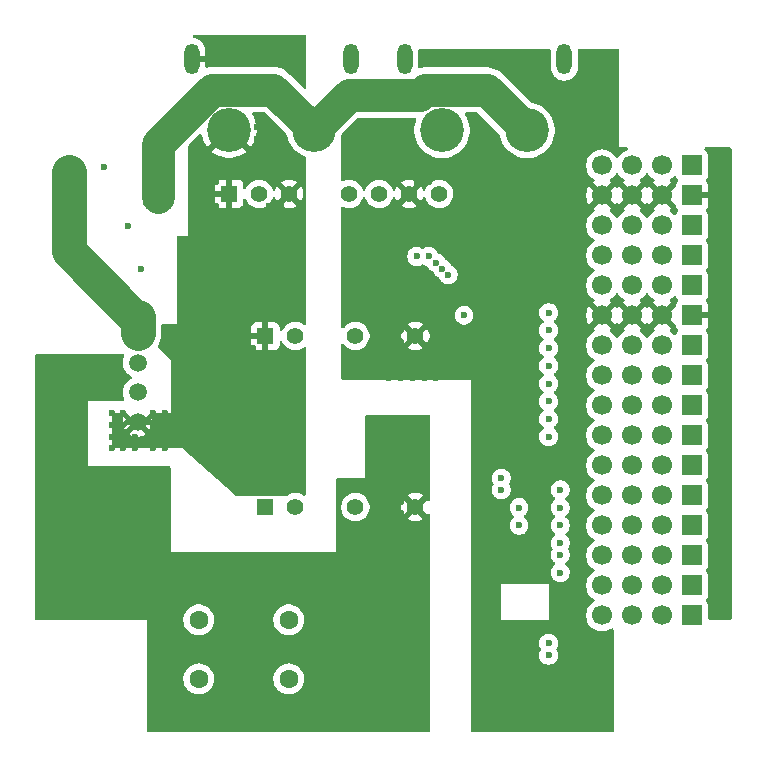
<source format=gbl>
%TF.GenerationSoftware,KiCad,Pcbnew,9.0.4*%
%TF.CreationDate,2025-09-18T02:38:59+09:00*%
%TF.ProjectId,CAN_Isolation_mini,43414e5f-4973-46f6-9c61-74696f6e5f6d,Ver.1.0*%
%TF.SameCoordinates,Original*%
%TF.FileFunction,Copper,L4,Bot*%
%TF.FilePolarity,Positive*%
%FSLAX46Y46*%
G04 Gerber Fmt 4.6, Leading zero omitted, Abs format (unit mm)*
G04 Created by KiCad (PCBNEW 9.0.4) date 2025-09-18 02:38:59*
%MOMM*%
%LPD*%
G01*
G04 APERTURE LIST*
%TA.AperFunction,ComponentPad*%
%ADD10R,1.700000X1.700000*%
%TD*%
%TA.AperFunction,ComponentPad*%
%ADD11C,1.700000*%
%TD*%
%TA.AperFunction,ComponentPad*%
%ADD12R,1.508000X1.508000*%
%TD*%
%TA.AperFunction,ComponentPad*%
%ADD13C,1.508000*%
%TD*%
%TA.AperFunction,ComponentPad*%
%ADD14C,1.600000*%
%TD*%
%TA.AperFunction,ComponentPad*%
%ADD15C,3.716000*%
%TD*%
%TA.AperFunction,ComponentPad*%
%ADD16O,1.300000X2.600000*%
%TD*%
%TA.AperFunction,ComponentPad*%
%ADD17R,1.397000X1.397000*%
%TD*%
%TA.AperFunction,ComponentPad*%
%ADD18C,1.397000*%
%TD*%
%TA.AperFunction,ViaPad*%
%ADD19C,0.600000*%
%TD*%
%TA.AperFunction,Conductor*%
%ADD20C,3.000000*%
%TD*%
%TA.AperFunction,Conductor*%
%ADD21C,0.400000*%
%TD*%
%TA.AperFunction,Conductor*%
%ADD22C,1.200000*%
%TD*%
%TA.AperFunction,Conductor*%
%ADD23C,2.800000*%
%TD*%
G04 APERTURE END LIST*
D10*
%TO.P,J6,1,Pin_1*%
%TO.N,unconnected-(J6-Pin_1-Pad1)*%
X144810000Y-89500000D03*
D11*
%TO.P,J6,2,Pin_2*%
%TO.N,unconnected-(J6-Pin_2-Pad2)*%
X142270000Y-89500000D03*
%TO.P,J6,3,Pin_3*%
%TO.N,unconnected-(J6-Pin_3-Pad3)*%
X139730000Y-89500000D03*
%TO.P,J6,4,Pin_4*%
%TO.N,unconnected-(J6-Pin_4-Pad4)*%
X137190000Y-89500000D03*
%TD*%
D10*
%TO.P,J3,1,Pin_1*%
%TO.N,GND_VP*%
X144810000Y-81880000D03*
D11*
%TO.P,J3,2,Pin_2*%
X142270000Y-81880000D03*
%TO.P,J3,3,Pin_3*%
X139730000Y-81880000D03*
%TO.P,J3,4,Pin_4*%
X137190000Y-81880000D03*
%TD*%
D12*
%TO.P,J1,1,1*%
%TO.N,BAT_12V*%
X97857095Y-93544905D03*
D13*
%TO.P,J1,2,2*%
%TO.N,CAN_H*%
X97857095Y-96044905D03*
%TO.P,J1,3,3*%
%TO.N,CAN_L*%
X97857095Y-98544905D03*
%TO.P,J1,4,4*%
%TO.N,BAT_GND*%
X97857095Y-101044905D03*
%TD*%
D10*
%TO.P,J8,1,Pin_1*%
%TO.N,+5VP*%
X144810000Y-94580000D03*
D11*
%TO.P,J8,2,Pin_2*%
X142270000Y-94580000D03*
%TO.P,J8,3,Pin_3*%
X139730000Y-94580000D03*
%TO.P,J8,4,Pin_4*%
X137190000Y-94580000D03*
%TD*%
D10*
%TO.P,J11,1,Pin_1*%
%TO.N,CAN_LED*%
X144810000Y-102200000D03*
D11*
%TO.P,J11,2,Pin_2*%
X142270000Y-102200000D03*
%TO.P,J11,3,Pin_3*%
X139730000Y-102200000D03*
%TO.P,J11,4,Pin_4*%
X137190000Y-102200000D03*
%TD*%
D10*
%TO.P,J17,1,Pin_1*%
%TO.N,unconnected-(J17-Pin_1-Pad1)*%
X144810000Y-117440000D03*
D11*
%TO.P,J17,2,Pin_2*%
%TO.N,unconnected-(J17-Pin_2-Pad2)*%
X142270000Y-117440000D03*
%TO.P,J17,3,Pin_3*%
%TO.N,unconnected-(J17-Pin_3-Pad3)*%
X139730000Y-117440000D03*
%TO.P,J17,4,Pin_4*%
%TO.N,unconnected-(J17-Pin_4-Pad4)*%
X137190000Y-117440000D03*
%TD*%
D10*
%TO.P,J15,1,Pin_1*%
%TO.N,CAN_SCK*%
X144810000Y-112360000D03*
D11*
%TO.P,J15,2,Pin_2*%
X142270000Y-112360000D03*
%TO.P,J15,3,Pin_3*%
X139730000Y-112360000D03*
%TO.P,J15,4,Pin_4*%
X137190000Y-112360000D03*
%TD*%
D10*
%TO.P,J13,1,Pin_1*%
%TO.N,CAN_SDO*%
X144810000Y-107280000D03*
D11*
%TO.P,J13,2,Pin_2*%
X142270000Y-107280000D03*
%TO.P,J13,3,Pin_3*%
X139730000Y-107280000D03*
%TO.P,J13,4,Pin_4*%
X137190000Y-107280000D03*
%TD*%
D14*
%TO.P,R12,1*%
%TO.N,Net-(C12-Pad1)*%
X103037095Y-117809000D03*
%TO.P,R12,2*%
%TO.N,CAN_L*%
X110657095Y-117809000D03*
%TD*%
D15*
%TO.P,J21,1,1*%
%TO.N,Net-(D3-PadC)*%
X112801000Y-76327000D03*
%TO.P,J21,2,2*%
%TO.N,BAT_GND*%
X105601000Y-76327000D03*
D16*
%TO.P,J21,S1,SHIELD*%
X115951000Y-70327000D03*
%TO.P,J21,S2,SHIELD*%
X102451000Y-70327000D03*
%TD*%
D10*
%TO.P,J16,1,Pin_1*%
%TO.N,unconnected-(J16-Pin_1-Pad1)*%
X144810000Y-114900000D03*
D11*
%TO.P,J16,2,Pin_2*%
%TO.N,unconnected-(J16-Pin_2-Pad2)*%
X142270000Y-114900000D03*
%TO.P,J16,3,Pin_3*%
%TO.N,unconnected-(J16-Pin_3-Pad3)*%
X139730000Y-114900000D03*
%TO.P,J16,4,Pin_4*%
%TO.N,unconnected-(J16-Pin_4-Pad4)*%
X137190000Y-114900000D03*
%TD*%
D10*
%TO.P,J7,1,Pin_1*%
%TO.N,GND_VP*%
X144810000Y-92040000D03*
D11*
%TO.P,J7,2,Pin_2*%
X142270000Y-92040000D03*
%TO.P,J7,3,Pin_3*%
X139730000Y-92040000D03*
%TO.P,J7,4,Pin_4*%
X137190000Y-92040000D03*
%TD*%
D10*
%TO.P,J10,1,Pin_1*%
%TO.N,unconnected-(J10-Pin_1-Pad1)*%
X144810000Y-99660000D03*
D11*
%TO.P,J10,2,Pin_2*%
%TO.N,unconnected-(J10-Pin_2-Pad2)*%
X142270000Y-99660000D03*
%TO.P,J10,3,Pin_3*%
%TO.N,unconnected-(J10-Pin_3-Pad3)*%
X139730000Y-99660000D03*
%TO.P,J10,4,Pin_4*%
%TO.N,unconnected-(J10-Pin_4-Pad4)*%
X137190000Y-99660000D03*
%TD*%
D17*
%TO.P,U3,1,-VIN*%
%TO.N,BAT_GND*%
X108680095Y-93785000D03*
D18*
%TO.P,U3,2,+VIN*%
%TO.N,BAT_12V*%
X111220095Y-93785000D03*
%TO.P,U3,3,+VOUT*%
%TO.N,+3.3VP*%
X116300095Y-93785000D03*
%TO.P,U3,4,-VOUT*%
%TO.N,GND_VP*%
X121380095Y-93785000D03*
%TD*%
D17*
%TO.P,U4,1,-VIN*%
%TO.N,BAT_GND*%
X108680095Y-108285000D03*
D18*
%TO.P,U4,2,+VIN*%
%TO.N,BAT_12V*%
X111220095Y-108285000D03*
%TO.P,U4,3,+VOUT*%
%TO.N,+5VCAN*%
X116300095Y-108285000D03*
%TO.P,U4,4,-VOUT*%
%TO.N,GND_5VCAN*%
X121380095Y-108285000D03*
%TD*%
D10*
%TO.P,J9,1,Pin_1*%
%TO.N,unconnected-(J9-Pin_1-Pad1)*%
X144810000Y-97120000D03*
D11*
%TO.P,J9,2,Pin_2*%
%TO.N,unconnected-(J9-Pin_2-Pad2)*%
X142270000Y-97120000D03*
%TO.P,J9,3,Pin_3*%
%TO.N,unconnected-(J9-Pin_3-Pad3)*%
X139730000Y-97120000D03*
%TO.P,J9,4,Pin_4*%
%TO.N,unconnected-(J9-Pin_4-Pad4)*%
X137190000Y-97120000D03*
%TD*%
D17*
%TO.P,U7,1,-VIN*%
%TO.N,BAT_GND*%
X105608000Y-81741000D03*
D18*
%TO.P,U7,2,+VIN*%
%TO.N,BAT_12V*%
X108148000Y-81741000D03*
%TO.P,U7,3,RC*%
%TO.N,BAT_GND*%
X110688000Y-81741000D03*
%TO.P,U7,5,NC*%
%TO.N,unconnected-(U7-NC-Pad5)*%
X115768000Y-81741000D03*
%TO.P,U7,6,+VOUT*%
%TO.N,+5VP*%
X118308000Y-81741000D03*
%TO.P,U7,7,-VOUT*%
%TO.N,GND_VP*%
X120848000Y-81741000D03*
%TO.P,U7,8,NC*%
%TO.N,unconnected-(U7-NC-Pad8)*%
X123388000Y-81741000D03*
%TD*%
D14*
%TO.P,R11,1*%
%TO.N,CAN_H*%
X110657095Y-122809000D03*
%TO.P,R11,2*%
%TO.N,Net-(C12-Pad1)*%
X103037095Y-122809000D03*
%TD*%
D10*
%TO.P,J2,1,Pin_1*%
%TO.N,unconnected-(J2-Pin_1-Pad1)*%
X144810000Y-79340000D03*
D11*
%TO.P,J2,2,Pin_2*%
%TO.N,unconnected-(J2-Pin_2-Pad2)*%
X142270000Y-79340000D03*
%TO.P,J2,3,Pin_3*%
%TO.N,unconnected-(J2-Pin_3-Pad3)*%
X139730000Y-79340000D03*
%TO.P,J2,4,Pin_4*%
%TO.N,unconnected-(J2-Pin_4-Pad4)*%
X137190000Y-79340000D03*
%TD*%
D10*
%TO.P,J5,1,Pin_1*%
%TO.N,unconnected-(J5-Pin_1-Pad1)*%
X144810000Y-86960000D03*
D11*
%TO.P,J5,2,Pin_2*%
%TO.N,unconnected-(J5-Pin_2-Pad2)*%
X142270000Y-86960000D03*
%TO.P,J5,3,Pin_3*%
%TO.N,unconnected-(J5-Pin_3-Pad3)*%
X139730000Y-86960000D03*
%TO.P,J5,4,Pin_4*%
%TO.N,unconnected-(J5-Pin_4-Pad4)*%
X137190000Y-86960000D03*
%TD*%
D10*
%TO.P,J14,1,Pin_1*%
%TO.N,CAN_SDI*%
X144810000Y-109820000D03*
D11*
%TO.P,J14,2,Pin_2*%
X142270000Y-109820000D03*
%TO.P,J14,3,Pin_3*%
X139730000Y-109820000D03*
%TO.P,J14,4,Pin_4*%
X137190000Y-109820000D03*
%TD*%
D10*
%TO.P,J4,1,Pin_1*%
%TO.N,+5VP*%
X144810000Y-84420000D03*
D11*
%TO.P,J4,2,Pin_2*%
X142270000Y-84420000D03*
%TO.P,J4,3,Pin_3*%
X139730000Y-84420000D03*
%TO.P,J4,4,Pin_4*%
X137190000Y-84420000D03*
%TD*%
D10*
%TO.P,J12,1,Pin_1*%
%TO.N,CAN_CS*%
X144810000Y-104740000D03*
D11*
%TO.P,J12,2,Pin_2*%
X142270000Y-104740000D03*
%TO.P,J12,3,Pin_3*%
X139730000Y-104740000D03*
%TO.P,J12,4,Pin_4*%
X137190000Y-104740000D03*
%TD*%
D15*
%TO.P,J22,1,1*%
%TO.N,Net-(D3-PadC)*%
X130835000Y-76358000D03*
%TO.P,J22,2,2*%
%TO.N,BAT_GND*%
X123635000Y-76358000D03*
D16*
%TO.P,J22,S1,SHIELD*%
X133985000Y-70358000D03*
%TO.P,J22,S2,SHIELD*%
X120485000Y-70358000D03*
%TD*%
D19*
%TO.N,BAT_12V*%
X93091000Y-81788000D03*
X97282000Y-91948000D03*
X91821000Y-81788000D03*
X93091000Y-82550000D03*
X91186000Y-80264000D03*
X97282000Y-91059000D03*
X91186000Y-81026000D03*
X91821000Y-81026000D03*
X91821000Y-80264000D03*
X93091000Y-80264000D03*
X92456000Y-82550000D03*
X91186000Y-82550000D03*
X96647000Y-90297000D03*
X92456000Y-81788000D03*
X91186000Y-81788000D03*
X93091000Y-81026000D03*
X91821000Y-82550000D03*
X96266000Y-91948000D03*
X94615000Y-90297000D03*
X95250000Y-91059000D03*
X95631000Y-90297000D03*
X98298000Y-91948000D03*
X96266000Y-91059000D03*
X92456000Y-80264000D03*
X92456000Y-81026000D03*
%TO.N,BAT_GND*%
X110657095Y-97785000D03*
X109657095Y-102809000D03*
X107657095Y-95809000D03*
X110000000Y-89700000D03*
X110000000Y-91500000D03*
X108000000Y-77100000D03*
X111657095Y-97809000D03*
X106657095Y-101809000D03*
X99157095Y-101294905D03*
X108657095Y-98809000D03*
X109998000Y-82741000D03*
X106657095Y-98809000D03*
X106657095Y-97809000D03*
X106998000Y-86741000D03*
X108000000Y-78900000D03*
X109657095Y-98809000D03*
X107657095Y-100809000D03*
X108657095Y-103809000D03*
X110998000Y-86741000D03*
X103498000Y-85741000D03*
X108000000Y-76100000D03*
X103498000Y-83741000D03*
X99157095Y-102294905D03*
X108657095Y-95809000D03*
X95657095Y-100294905D03*
X109657095Y-105809000D03*
X108657095Y-96809000D03*
X107657095Y-106809000D03*
X100157095Y-100294905D03*
X109200000Y-77100000D03*
X109657095Y-104809000D03*
X107657095Y-96809000D03*
X96657095Y-103294905D03*
X108000000Y-75100000D03*
X97657095Y-102294905D03*
X106657095Y-100809000D03*
X108657095Y-105809000D03*
X106998000Y-85741000D03*
X109200000Y-78000000D03*
X108657095Y-106809000D03*
X103498000Y-86741000D03*
X109200000Y-78900000D03*
X110657095Y-100809000D03*
X108000000Y-91500000D03*
X110657095Y-96809000D03*
X107998000Y-85741000D03*
X95657095Y-103294905D03*
X108657095Y-99809000D03*
X111657095Y-102809000D03*
X95657095Y-101294905D03*
X108998000Y-84741000D03*
X110657095Y-103809000D03*
X96657095Y-102294905D03*
X107998000Y-84741000D03*
X104498000Y-86741000D03*
X111657095Y-103809000D03*
X109998000Y-87741000D03*
X109657095Y-103809000D03*
X109998000Y-84741000D03*
X111657095Y-96809000D03*
X107000000Y-91500000D03*
X109000000Y-89700000D03*
X107657095Y-102809000D03*
X108657095Y-101809000D03*
X104498000Y-83741000D03*
X108657095Y-100809000D03*
X109998000Y-83741000D03*
X109657095Y-101809000D03*
X110657095Y-98809000D03*
X107657095Y-98809000D03*
X107998000Y-88741000D03*
X109000000Y-91500000D03*
X103498000Y-84741000D03*
X99157095Y-100294905D03*
X104498000Y-81741000D03*
X106998000Y-80741000D03*
X111000000Y-91500000D03*
X111000000Y-89700000D03*
X106657095Y-103809000D03*
X111657095Y-98809000D03*
X96657095Y-100294905D03*
X108000000Y-89700000D03*
X103498000Y-80741000D03*
X108657095Y-97809000D03*
X111657095Y-105809000D03*
X108657095Y-104809000D03*
X109201000Y-76100000D03*
X108998000Y-83741000D03*
X107657095Y-103809000D03*
X106657095Y-95809000D03*
X109657095Y-96809000D03*
X109657095Y-95809000D03*
X100157095Y-101294905D03*
X109657095Y-106809000D03*
X107657095Y-104809000D03*
X111657095Y-95809000D03*
X110998000Y-88741000D03*
X107657095Y-105809000D03*
X108000000Y-78000000D03*
X106998000Y-84741000D03*
X108998000Y-86741000D03*
X103498000Y-81741000D03*
X109657095Y-100809000D03*
X108998000Y-87741000D03*
X104498000Y-85741000D03*
X110657095Y-104809000D03*
X108998000Y-82741000D03*
X110657095Y-102809000D03*
X109998000Y-86741000D03*
X104498000Y-87741000D03*
X96657095Y-101294905D03*
X104498000Y-82741000D03*
X106998000Y-83741000D03*
X104498000Y-84741000D03*
X110657095Y-95809000D03*
X110000000Y-90600000D03*
X110998000Y-85741000D03*
X99157095Y-103294905D03*
X110657095Y-99809000D03*
X107657095Y-101809000D03*
X109657095Y-97809000D03*
X109998000Y-85741000D03*
X95657095Y-102294905D03*
X111657095Y-106809000D03*
X110998000Y-83741000D03*
X106657095Y-105809000D03*
X110657095Y-105809000D03*
X108998000Y-85741000D03*
X111657095Y-101809000D03*
X107000000Y-90600000D03*
X110657095Y-101809000D03*
X106657095Y-102809000D03*
X107657095Y-97809000D03*
X107998000Y-87741000D03*
X106998000Y-88741000D03*
X104498000Y-88741000D03*
X111657095Y-104809000D03*
X111000000Y-90600000D03*
X104498000Y-80741000D03*
X108657095Y-102809000D03*
X111657095Y-100809000D03*
X106657095Y-104809000D03*
X107000000Y-89700000D03*
X107998000Y-83741000D03*
X106657095Y-106809000D03*
X109657095Y-99809000D03*
X109998000Y-88741000D03*
X100157095Y-103294905D03*
X109000000Y-90600000D03*
X110998000Y-87741000D03*
X107657095Y-94809000D03*
X110657095Y-106809000D03*
X106657095Y-99809000D03*
X97657095Y-103294905D03*
X108000000Y-90600000D03*
X103498000Y-87741000D03*
X111657095Y-99809000D03*
X107998000Y-86741000D03*
X106657095Y-96809000D03*
X103498000Y-82741000D03*
X110998000Y-84741000D03*
X106998000Y-82741000D03*
X107657095Y-99809000D03*
X100157095Y-102294905D03*
X106998000Y-87741000D03*
X106657095Y-94809000D03*
X108998000Y-88741000D03*
%TO.N,GND_5VCAN*%
X120157095Y-110809000D03*
X98600000Y-106300000D03*
X113157095Y-117809000D03*
X111157095Y-112809000D03*
X118157095Y-117809000D03*
X97657095Y-114294905D03*
X115157095Y-112809000D03*
X99600000Y-109300000D03*
X96657095Y-109294905D03*
X98600000Y-107300000D03*
X107157095Y-113809000D03*
X116157095Y-111809000D03*
X95657095Y-111294905D03*
X122157095Y-109809000D03*
X97657095Y-113294905D03*
X122157095Y-114809000D03*
X97657095Y-117294905D03*
X120157095Y-112809000D03*
X93657095Y-113294905D03*
X95657095Y-112294905D03*
X97657095Y-108294905D03*
X121157095Y-109809000D03*
X117157095Y-112809000D03*
X108157095Y-112809000D03*
X118157095Y-114809000D03*
X94657095Y-110294905D03*
X122157095Y-110809000D03*
X118157095Y-115809000D03*
X108157095Y-113809000D03*
X118157095Y-105809000D03*
X120157095Y-105809000D03*
X97657095Y-109294905D03*
X106157095Y-112809000D03*
X113157095Y-115809000D03*
X122157095Y-113809000D03*
X95657095Y-114294905D03*
X113157095Y-112809000D03*
X96657095Y-110294905D03*
X97657095Y-106294905D03*
X96657095Y-115294905D03*
X96657095Y-113294905D03*
X103157095Y-112809000D03*
X119157095Y-116809000D03*
X119157095Y-105809000D03*
X96657095Y-117294905D03*
X117157095Y-117809000D03*
X102157095Y-112809000D03*
X114157095Y-112809000D03*
X99657095Y-116294905D03*
X94657095Y-114294905D03*
X114157095Y-117809000D03*
X99600000Y-107300000D03*
X93657095Y-110294905D03*
X115157095Y-115809000D03*
X94657095Y-109294905D03*
X121157095Y-111809000D03*
X114157095Y-114809000D03*
X95657095Y-113294905D03*
X98600000Y-109300000D03*
X120157095Y-109809000D03*
X119157095Y-111809000D03*
X114157095Y-113809000D03*
X112157095Y-113809000D03*
X111157095Y-115809000D03*
X96657095Y-111294905D03*
X109157095Y-112809000D03*
X121157095Y-112809000D03*
X100657095Y-119294905D03*
X96657095Y-114294905D03*
X120157095Y-108809000D03*
X98600000Y-108300000D03*
X96657095Y-107294905D03*
X115157095Y-110809000D03*
X121157095Y-114809000D03*
X117157095Y-114809000D03*
X96657095Y-116294905D03*
X94657095Y-108294905D03*
X111157095Y-114809000D03*
X117157095Y-116809000D03*
X116157095Y-114809000D03*
X95657095Y-115294905D03*
X112157095Y-115809000D03*
X115157095Y-109809000D03*
X100657095Y-120294905D03*
X97657095Y-111294905D03*
X97657095Y-110294905D03*
X105157095Y-112809000D03*
X114157095Y-116809000D03*
X114157095Y-115809000D03*
X94657095Y-113294905D03*
X122157095Y-112809000D03*
X99657095Y-114294905D03*
X93657095Y-106294905D03*
X121157095Y-113809000D03*
X120157095Y-111809000D03*
X120157095Y-113809000D03*
X118157095Y-106809000D03*
X112157095Y-112809000D03*
X119157095Y-107809000D03*
X95657095Y-109294905D03*
X118157095Y-110809000D03*
X93657095Y-107294905D03*
X104157095Y-112809000D03*
X122157095Y-111809000D03*
X113157095Y-114809000D03*
X118157095Y-107809000D03*
X113157095Y-113809000D03*
X117157095Y-111809000D03*
X105157095Y-113809000D03*
X119157095Y-113809000D03*
X119157095Y-112809000D03*
X102157095Y-113809000D03*
X95657095Y-106294905D03*
X120157095Y-107809000D03*
X97657095Y-112294905D03*
X117157095Y-110809000D03*
X99600000Y-108300000D03*
X95657095Y-107294905D03*
X94657095Y-106294905D03*
X99657095Y-118294905D03*
X115157095Y-117809000D03*
X103157095Y-113809000D03*
X94657095Y-112294905D03*
X116157095Y-116809000D03*
X92657095Y-110294905D03*
X99657095Y-119294905D03*
X96657095Y-112294905D03*
X118157095Y-116809000D03*
X116157095Y-112809000D03*
X116157095Y-113809000D03*
X119157095Y-109809000D03*
X121157095Y-110809000D03*
X107157095Y-112809000D03*
X92657095Y-113294905D03*
X111157095Y-113809000D03*
X96657095Y-108294905D03*
X97657095Y-107294905D03*
X98657095Y-114294905D03*
X119157095Y-110809000D03*
X118157095Y-109809000D03*
X94657095Y-115294905D03*
X110157095Y-112809000D03*
X110157095Y-114809000D03*
X120157095Y-114809000D03*
X118157095Y-112809000D03*
X109157095Y-113809000D03*
X115157095Y-111809000D03*
X95657095Y-116294905D03*
X115157095Y-116809000D03*
X119157095Y-114809000D03*
X93657095Y-114294905D03*
X116157095Y-109809000D03*
X94657095Y-111294905D03*
X117157095Y-115809000D03*
X116157095Y-110809000D03*
X116157095Y-117809000D03*
X120157095Y-106809000D03*
X118157095Y-108809000D03*
X99657095Y-120294905D03*
X119157095Y-115809000D03*
X117157095Y-113809000D03*
X98657095Y-115294905D03*
X118157095Y-113809000D03*
X97657095Y-115294905D03*
X117157095Y-109809000D03*
X113157095Y-116809000D03*
X94657095Y-107294905D03*
X115157095Y-114809000D03*
X104157095Y-113809000D03*
X98657095Y-116294905D03*
X119157095Y-106809000D03*
X118157095Y-111809000D03*
X98657095Y-113294905D03*
X112157095Y-114809000D03*
X106157095Y-113809000D03*
X116157095Y-115809000D03*
X115157095Y-113809000D03*
X95657095Y-110294905D03*
X119157095Y-108809000D03*
X110157095Y-113809000D03*
X95657095Y-108294905D03*
X96657095Y-106294905D03*
X97657095Y-116294905D03*
%TO.N,CAN_CS*%
X133657095Y-106809000D03*
X132657095Y-102309000D03*
%TO.N,CAN_SDO*%
X133657095Y-108309000D03*
X132657095Y-100809000D03*
%TO.N,CAN_SDI*%
X133657095Y-109809000D03*
X132657095Y-99309000D03*
%TO.N,CAN_SCK*%
X132657095Y-97809000D03*
X133657095Y-111309000D03*
%TO.N,CAN_GPIO0*%
X132657095Y-96309000D03*
X133657095Y-112309000D03*
%TO.N,CAN_GPIO1*%
X133657095Y-113809000D03*
X132657095Y-94809000D03*
%TO.N,CAN_CLK*%
X130157095Y-108309000D03*
X132657095Y-91809000D03*
%TO.N,CAN_INT*%
X132657095Y-93309000D03*
X130157095Y-109809000D03*
%TO.N,Net-(U1-RXCAN)*%
X128657095Y-106809000D03*
X132657095Y-119809000D03*
%TO.N,Net-(U1-TXCAN)*%
X128657095Y-105809000D03*
X132657095Y-120809000D03*
%TO.N,CAN_LED*%
X94996000Y-79502000D03*
%TO.N,GND_VP*%
X122157095Y-96309000D03*
X119157095Y-97309000D03*
X121157095Y-91309000D03*
X133000000Y-80514095D03*
X125492000Y-84239000D03*
X123157095Y-97309000D03*
X127657095Y-119309000D03*
X122157095Y-92309000D03*
X125498000Y-81741000D03*
X118157095Y-95309000D03*
X126657095Y-120309000D03*
X120157095Y-96309000D03*
X130157095Y-104809000D03*
X134000000Y-123514095D03*
X128657095Y-119309000D03*
X128657095Y-103809000D03*
X122498000Y-85241000D03*
X120498000Y-79741000D03*
X122157095Y-97309000D03*
X121157095Y-95309000D03*
X128157095Y-104309000D03*
X124500000Y-84250000D03*
X121498000Y-85241000D03*
X123157095Y-93309000D03*
X127657095Y-118309000D03*
X126657095Y-119309000D03*
X121498000Y-79741000D03*
X125498000Y-80741000D03*
X128157095Y-103309000D03*
X127657095Y-116309000D03*
X120157095Y-91309000D03*
X126657095Y-114309000D03*
X127657095Y-103809000D03*
X134000000Y-124514095D03*
X123498000Y-79741000D03*
X120157095Y-92309000D03*
X124500000Y-85250000D03*
X119157095Y-93309000D03*
X123498000Y-83241000D03*
X122498000Y-80741000D03*
X120498000Y-84241000D03*
X123157095Y-92309000D03*
X127657095Y-120309000D03*
X119157095Y-94309000D03*
X127657095Y-114309000D03*
X120498000Y-83241000D03*
X119157095Y-96309000D03*
X125492000Y-85239000D03*
X118157095Y-92309000D03*
X122157095Y-91309000D03*
X125498000Y-79741000D03*
X121157095Y-97309000D03*
X118157095Y-93309000D03*
X127657095Y-115309000D03*
X133000000Y-124514095D03*
X132000000Y-125514095D03*
X122498000Y-83241000D03*
X127657095Y-117309000D03*
X137000000Y-77000000D03*
X118157095Y-96309000D03*
X124498000Y-80741000D03*
X122157095Y-95309000D03*
X122498000Y-79741000D03*
X133000000Y-123514095D03*
X119157095Y-95309000D03*
X121157095Y-92309000D03*
X134000000Y-125514095D03*
X131000000Y-80514095D03*
X123157095Y-96309000D03*
X121498000Y-83241000D03*
X121498000Y-84241000D03*
X126657095Y-116309000D03*
X118157095Y-94309000D03*
X134000000Y-80514095D03*
X133000000Y-125514095D03*
X126657095Y-117309000D03*
X130000000Y-80514095D03*
X124498000Y-83241000D03*
X123157095Y-95309000D03*
X121498000Y-80741000D03*
X120157095Y-94309000D03*
X127657095Y-121309000D03*
X120157095Y-95309000D03*
X121157095Y-96309000D03*
X126657095Y-115309000D03*
X118157095Y-91309000D03*
X136000000Y-77000000D03*
X128657095Y-121309000D03*
X132000000Y-80514095D03*
X120157095Y-97309000D03*
X119157095Y-92309000D03*
X129157095Y-104809000D03*
X135000000Y-80514095D03*
X124498000Y-79741000D03*
X123498000Y-85241000D03*
X123157095Y-91309000D03*
X126657095Y-121309000D03*
X119157095Y-91309000D03*
X128657095Y-120309000D03*
X125490000Y-83230000D03*
X126657095Y-118309000D03*
X123157095Y-94309000D03*
X120157095Y-93309000D03*
X98171000Y-88138000D03*
X123498000Y-84241000D03*
X122498000Y-84241000D03*
X138000000Y-77000000D03*
%TO.N,+3.3VP*%
X125500000Y-92014095D03*
X97028000Y-84455000D03*
%TO.N,+5VP*%
X124160500Y-88578500D03*
X123660500Y-88078500D03*
X122498000Y-87051000D03*
X121498000Y-87051000D03*
X123160500Y-87578500D03*
%TO.N,Net-(D3-PadC)*%
X100457000Y-81661000D03*
X99822000Y-81661000D03*
X98552000Y-82423000D03*
X99822000Y-80137000D03*
X98552000Y-80137000D03*
X99187000Y-82423000D03*
X98552000Y-80899000D03*
X99187000Y-81661000D03*
X99187000Y-80137000D03*
X99822000Y-82423000D03*
X100457000Y-80137000D03*
X98552000Y-81661000D03*
X100457000Y-82423000D03*
X99187000Y-80899000D03*
X99822000Y-80899000D03*
X100457000Y-80899000D03*
%TD*%
D20*
%TO.N,BAT_12V*%
X97595905Y-92134905D02*
X92075000Y-86614000D01*
X97857095Y-92134905D02*
X97595905Y-92134905D01*
X92075000Y-86614000D02*
X92075000Y-79883000D01*
X97857095Y-93544905D02*
X97857095Y-92134905D01*
D21*
%TO.N,BAT_GND*%
X97857095Y-101044905D02*
X98907095Y-101044905D01*
D22*
X108680095Y-108285000D02*
X108680095Y-108332000D01*
D21*
X98907095Y-101044905D02*
X99157095Y-101294905D01*
X97857095Y-101044905D02*
X98407095Y-101044905D01*
X97857095Y-101044905D02*
X97407095Y-101044905D01*
X97857095Y-101044905D02*
X96907095Y-101044905D01*
D22*
X108680095Y-108285000D02*
X108681095Y-108285000D01*
D21*
X97407095Y-101044905D02*
X96657095Y-100294905D01*
X96907095Y-101044905D02*
X96657095Y-101294905D01*
X98407095Y-101044905D02*
X99157095Y-100294905D01*
D23*
%TO.N,Net-(D3-PadC)*%
X112801000Y-76327000D02*
X115722000Y-73406000D01*
X115722000Y-73406000D02*
X116332000Y-73406000D01*
X112776000Y-76327000D02*
X112801000Y-76327000D01*
X127429600Y-72946600D02*
X128778000Y-74295000D01*
X99568000Y-82042000D02*
X99568000Y-77535551D01*
X104187951Y-72915600D02*
X109364600Y-72915600D01*
X116332000Y-73406000D02*
X121762551Y-73406000D01*
X99568000Y-77535551D02*
X104187951Y-72915600D01*
X122221951Y-72946600D02*
X127429600Y-72946600D01*
X121762551Y-73406000D02*
X122221951Y-72946600D01*
X128778000Y-74295000D02*
X130835000Y-76352000D01*
X109364600Y-72915600D02*
X112776000Y-76327000D01*
%TD*%
%TA.AperFunction,Conductor*%
%TO.N,BAT_GND*%
G36*
X108593064Y-74835785D02*
G01*
X108613706Y-74852419D01*
X110443001Y-76681714D01*
X110476486Y-76743037D01*
X110478259Y-76753208D01*
X110482853Y-76788105D01*
X110562873Y-77086742D01*
X110681184Y-77372369D01*
X110681188Y-77372379D01*
X110835770Y-77640123D01*
X111023979Y-77885402D01*
X111023985Y-77885409D01*
X111242590Y-78104014D01*
X111242597Y-78104020D01*
X111487876Y-78292229D01*
X111755620Y-78446811D01*
X111755621Y-78446811D01*
X111755624Y-78446813D01*
X112041258Y-78565127D01*
X112065190Y-78571539D01*
X112124847Y-78607901D01*
X112155378Y-78670747D01*
X112157095Y-78691313D01*
X112157095Y-92740361D01*
X112137410Y-92807400D01*
X112084606Y-92853155D01*
X112015448Y-92863099D01*
X111960209Y-92840679D01*
X111848508Y-92759523D01*
X111680353Y-92673844D01*
X111680352Y-92673843D01*
X111680351Y-92673843D01*
X111500862Y-92615523D01*
X111500860Y-92615522D01*
X111500858Y-92615522D01*
X111314463Y-92586000D01*
X111314458Y-92586000D01*
X111125732Y-92586000D01*
X111125727Y-92586000D01*
X110939331Y-92615522D01*
X110759836Y-92673844D01*
X110591681Y-92759523D01*
X110542983Y-92794905D01*
X110438999Y-92870454D01*
X110438997Y-92870456D01*
X110438996Y-92870456D01*
X110305551Y-93003901D01*
X110305551Y-93003902D01*
X110305549Y-93003904D01*
X110257908Y-93069475D01*
X110194618Y-93156586D01*
X110113080Y-93316614D01*
X110065105Y-93367410D01*
X109997284Y-93384205D01*
X109931149Y-93361668D01*
X109887698Y-93306952D01*
X109878595Y-93260319D01*
X109878595Y-93038672D01*
X109878594Y-93038655D01*
X109872193Y-92979127D01*
X109872191Y-92979120D01*
X109821949Y-92844413D01*
X109821945Y-92844406D01*
X109735785Y-92729312D01*
X109735782Y-92729309D01*
X109620688Y-92643149D01*
X109620681Y-92643145D01*
X109485974Y-92592903D01*
X109485967Y-92592901D01*
X109426439Y-92586500D01*
X108930095Y-92586500D01*
X108930095Y-93416072D01*
X108851666Y-93370792D01*
X108738615Y-93340500D01*
X108621575Y-93340500D01*
X108508524Y-93370792D01*
X108430095Y-93416072D01*
X108430095Y-92586500D01*
X107933750Y-92586500D01*
X107874222Y-92592901D01*
X107874215Y-92592903D01*
X107739508Y-92643145D01*
X107739501Y-92643149D01*
X107624407Y-92729309D01*
X107624404Y-92729312D01*
X107538244Y-92844406D01*
X107538240Y-92844413D01*
X107487998Y-92979120D01*
X107487996Y-92979127D01*
X107481595Y-93038655D01*
X107481595Y-93535000D01*
X108311168Y-93535000D01*
X108265887Y-93613429D01*
X108235595Y-93726480D01*
X108235595Y-93843520D01*
X108265887Y-93956571D01*
X108311168Y-94035000D01*
X107481595Y-94035000D01*
X107481595Y-94531344D01*
X107487996Y-94590872D01*
X107487998Y-94590879D01*
X107538240Y-94725586D01*
X107538244Y-94725593D01*
X107624404Y-94840687D01*
X107624407Y-94840690D01*
X107739501Y-94926850D01*
X107739508Y-94926854D01*
X107874215Y-94977096D01*
X107874222Y-94977098D01*
X107933750Y-94983499D01*
X107933767Y-94983500D01*
X108430095Y-94983500D01*
X108430095Y-94153927D01*
X108508524Y-94199208D01*
X108621575Y-94229500D01*
X108738615Y-94229500D01*
X108851666Y-94199208D01*
X108930095Y-94153927D01*
X108930095Y-94983500D01*
X109426423Y-94983500D01*
X109426439Y-94983499D01*
X109485967Y-94977098D01*
X109485974Y-94977096D01*
X109620681Y-94926854D01*
X109620688Y-94926850D01*
X109735782Y-94840690D01*
X109735785Y-94840687D01*
X109821945Y-94725593D01*
X109821949Y-94725586D01*
X109872191Y-94590879D01*
X109872193Y-94590872D01*
X109878594Y-94531344D01*
X109878595Y-94531327D01*
X109878595Y-94309680D01*
X109898280Y-94242641D01*
X109951084Y-94196886D01*
X110020242Y-94186942D01*
X110083798Y-94215967D01*
X110113079Y-94253384D01*
X110194618Y-94413413D01*
X110305549Y-94566096D01*
X110438999Y-94699546D01*
X110591682Y-94810477D01*
X110759839Y-94896157D01*
X110939328Y-94954477D01*
X111009229Y-94965548D01*
X111125727Y-94984000D01*
X111125732Y-94984000D01*
X111314463Y-94984000D01*
X111418015Y-94967598D01*
X111500862Y-94954477D01*
X111680351Y-94896157D01*
X111848508Y-94810477D01*
X111960212Y-94729318D01*
X112026015Y-94705840D01*
X112094069Y-94721665D01*
X112142764Y-94771770D01*
X112157095Y-94829638D01*
X112157095Y-107170905D01*
X112154544Y-107179590D01*
X112155833Y-107188552D01*
X112144854Y-107212592D01*
X112137410Y-107237944D01*
X112130569Y-107243871D01*
X112126808Y-107252108D01*
X112104573Y-107266397D01*
X112084606Y-107283699D01*
X112074091Y-107285986D01*
X112068030Y-107289882D01*
X112033095Y-107294905D01*
X111937498Y-107294905D01*
X111870459Y-107275220D01*
X111864614Y-107271224D01*
X111848510Y-107259524D01*
X111680353Y-107173844D01*
X111680352Y-107173843D01*
X111680351Y-107173843D01*
X111500862Y-107115523D01*
X111500860Y-107115522D01*
X111500858Y-107115522D01*
X111314463Y-107086000D01*
X111314458Y-107086000D01*
X111125732Y-107086000D01*
X111125727Y-107086000D01*
X110939331Y-107115522D01*
X110759836Y-107173844D01*
X110591679Y-107259524D01*
X110575576Y-107271224D01*
X110509770Y-107294703D01*
X110502692Y-107294905D01*
X106204240Y-107294905D01*
X106137201Y-107275220D01*
X106121859Y-107263584D01*
X101657095Y-103294905D01*
X95781095Y-103294905D01*
X95714056Y-103275220D01*
X95668301Y-103222416D01*
X95657095Y-103170905D01*
X95657095Y-100418905D01*
X95676780Y-100351866D01*
X95729584Y-100306111D01*
X95781095Y-100294905D01*
X96629492Y-100294905D01*
X96696531Y-100314590D01*
X96742286Y-100367394D01*
X96752230Y-100436552D01*
X96739976Y-100475200D01*
X96694970Y-100563526D01*
X96633971Y-100751258D01*
X96603095Y-100946207D01*
X96603095Y-101143602D01*
X96633971Y-101338551D01*
X96694968Y-101526278D01*
X96784578Y-101702144D01*
X96810552Y-101737893D01*
X96810552Y-101737894D01*
X97374132Y-101174313D01*
X97391170Y-101237898D01*
X97456996Y-101351912D01*
X97550088Y-101445004D01*
X97664102Y-101510830D01*
X97727685Y-101527867D01*
X97164104Y-102091446D01*
X97164105Y-102091447D01*
X97199850Y-102117417D01*
X97199863Y-102117425D01*
X97375721Y-102207031D01*
X97563448Y-102268028D01*
X97758398Y-102298905D01*
X97955792Y-102298905D01*
X98150741Y-102268028D01*
X98338468Y-102207031D01*
X98514336Y-102117421D01*
X98550083Y-102091448D01*
X98550083Y-102091446D01*
X97986505Y-101527867D01*
X98050088Y-101510830D01*
X98164102Y-101445004D01*
X98257194Y-101351912D01*
X98323020Y-101237898D01*
X98340057Y-101174314D01*
X98903636Y-101737893D01*
X98903638Y-101737893D01*
X98929611Y-101702146D01*
X99019221Y-101526278D01*
X99080218Y-101338551D01*
X99111095Y-101143602D01*
X99111095Y-100946207D01*
X99080218Y-100751258D01*
X99019219Y-100563526D01*
X98974214Y-100475200D01*
X98961317Y-100406531D01*
X98987593Y-100341791D01*
X99044699Y-100301533D01*
X99084698Y-100294905D01*
X100657095Y-100294905D01*
X100657095Y-95794905D01*
X99590156Y-94727966D01*
X99556671Y-94666643D01*
X99561655Y-94596951D01*
X99570445Y-94578294D01*
X99655138Y-94431602D01*
X99755493Y-94189324D01*
X99823365Y-93936021D01*
X99857595Y-93676025D01*
X99857595Y-92918905D01*
X99877280Y-92851866D01*
X99930084Y-92806111D01*
X99981595Y-92794905D01*
X101157095Y-92794905D01*
X101157095Y-85418905D01*
X101176780Y-85351866D01*
X101229584Y-85306111D01*
X101281095Y-85294905D01*
X102157095Y-85294905D01*
X102157095Y-80994655D01*
X104409500Y-80994655D01*
X104409500Y-81491000D01*
X105239073Y-81491000D01*
X105193792Y-81569429D01*
X105163500Y-81682480D01*
X105163500Y-81799520D01*
X105193792Y-81912571D01*
X105239073Y-81991000D01*
X104409500Y-81991000D01*
X104409500Y-82487344D01*
X104415901Y-82546872D01*
X104415903Y-82546879D01*
X104466145Y-82681586D01*
X104466149Y-82681593D01*
X104552309Y-82796687D01*
X104552312Y-82796690D01*
X104667406Y-82882850D01*
X104667413Y-82882854D01*
X104802120Y-82933096D01*
X104802127Y-82933098D01*
X104861655Y-82939499D01*
X104861672Y-82939500D01*
X105358000Y-82939500D01*
X105358000Y-82109927D01*
X105436429Y-82155208D01*
X105549480Y-82185500D01*
X105666520Y-82185500D01*
X105779571Y-82155208D01*
X105858000Y-82109927D01*
X105858000Y-82939500D01*
X106354328Y-82939500D01*
X106354344Y-82939499D01*
X106413872Y-82933098D01*
X106413879Y-82933096D01*
X106548586Y-82882854D01*
X106548593Y-82882850D01*
X106663687Y-82796690D01*
X106663690Y-82796687D01*
X106749850Y-82681593D01*
X106749854Y-82681586D01*
X106800096Y-82546879D01*
X106800098Y-82546872D01*
X106806499Y-82487344D01*
X106806500Y-82487327D01*
X106806500Y-82265680D01*
X106826185Y-82198641D01*
X106878989Y-82152886D01*
X106948147Y-82142942D01*
X107011703Y-82171967D01*
X107040984Y-82209384D01*
X107122523Y-82369413D01*
X107233454Y-82522096D01*
X107366904Y-82655546D01*
X107519587Y-82766477D01*
X107687744Y-82852157D01*
X107867233Y-82910477D01*
X107937134Y-82921548D01*
X108053632Y-82940000D01*
X108053637Y-82940000D01*
X108242368Y-82940000D01*
X108345920Y-82923598D01*
X108428767Y-82910477D01*
X108608256Y-82852157D01*
X108776413Y-82766477D01*
X108929096Y-82655546D01*
X109062546Y-82522096D01*
X109173477Y-82369413D01*
X109259157Y-82201256D01*
X109300333Y-82074529D01*
X109339768Y-82016858D01*
X109404127Y-81989659D01*
X109472973Y-82001573D01*
X109524449Y-82048817D01*
X109536193Y-82074533D01*
X109577304Y-82201061D01*
X109577305Y-82201063D01*
X109662952Y-82369153D01*
X109681189Y-82394255D01*
X109681190Y-82394255D01*
X110250352Y-81825093D01*
X110273792Y-81912571D01*
X110332311Y-82013930D01*
X110415070Y-82096689D01*
X110516429Y-82155208D01*
X110603905Y-82178647D01*
X110034743Y-82747808D01*
X110034743Y-82747809D01*
X110059844Y-82766046D01*
X110227935Y-82851694D01*
X110227938Y-82851695D01*
X110407349Y-82909988D01*
X110593677Y-82939500D01*
X110782323Y-82939500D01*
X110968650Y-82909988D01*
X111148061Y-82851695D01*
X111148064Y-82851694D01*
X111316151Y-82766048D01*
X111341255Y-82747808D01*
X111341256Y-82747808D01*
X110772095Y-82178647D01*
X110859571Y-82155208D01*
X110960930Y-82096689D01*
X111043689Y-82013930D01*
X111102208Y-81912571D01*
X111125647Y-81825094D01*
X111694808Y-82394256D01*
X111694808Y-82394255D01*
X111713048Y-82369151D01*
X111798694Y-82201064D01*
X111798695Y-82201061D01*
X111856988Y-82021650D01*
X111886500Y-81835323D01*
X111886500Y-81646676D01*
X111856988Y-81460349D01*
X111798695Y-81280938D01*
X111798694Y-81280935D01*
X111713046Y-81112844D01*
X111694809Y-81087743D01*
X111694808Y-81087743D01*
X111125647Y-81656904D01*
X111102208Y-81569429D01*
X111043689Y-81468070D01*
X110960930Y-81385311D01*
X110859571Y-81326792D01*
X110772094Y-81303352D01*
X111341255Y-80734190D01*
X111341255Y-80734189D01*
X111316153Y-80715952D01*
X111148063Y-80630305D01*
X111148061Y-80630304D01*
X110968650Y-80572011D01*
X110782323Y-80542500D01*
X110593677Y-80542500D01*
X110407349Y-80572011D01*
X110227938Y-80630304D01*
X110227936Y-80630305D01*
X110059844Y-80715953D01*
X110059839Y-80715957D01*
X110034743Y-80734188D01*
X110034743Y-80734191D01*
X110603906Y-81303352D01*
X110516429Y-81326792D01*
X110415070Y-81385311D01*
X110332311Y-81468070D01*
X110273792Y-81569429D01*
X110250352Y-81656905D01*
X109681191Y-81087743D01*
X109681188Y-81087743D01*
X109662957Y-81112839D01*
X109662953Y-81112844D01*
X109577306Y-81280935D01*
X109536193Y-81407467D01*
X109496755Y-81465142D01*
X109432396Y-81492340D01*
X109363550Y-81480425D01*
X109312074Y-81433181D01*
X109300333Y-81407472D01*
X109259157Y-81280744D01*
X109173477Y-81112587D01*
X109062546Y-80959904D01*
X108929096Y-80826454D01*
X108776413Y-80715523D01*
X108717120Y-80685312D01*
X108608258Y-80629844D01*
X108608257Y-80629843D01*
X108608256Y-80629843D01*
X108428767Y-80571523D01*
X108428765Y-80571522D01*
X108428763Y-80571522D01*
X108242368Y-80542000D01*
X108242363Y-80542000D01*
X108053637Y-80542000D01*
X108053632Y-80542000D01*
X107867236Y-80571522D01*
X107687741Y-80629844D01*
X107519586Y-80715523D01*
X107432475Y-80778813D01*
X107366904Y-80826454D01*
X107366902Y-80826456D01*
X107366901Y-80826456D01*
X107233456Y-80959901D01*
X107233456Y-80959902D01*
X107233454Y-80959904D01*
X107185813Y-81025475D01*
X107122523Y-81112586D01*
X107040985Y-81272614D01*
X106993010Y-81323410D01*
X106925189Y-81340205D01*
X106859054Y-81317668D01*
X106815603Y-81262952D01*
X106806500Y-81216319D01*
X106806500Y-80994672D01*
X106806499Y-80994655D01*
X106800098Y-80935127D01*
X106800096Y-80935120D01*
X106749854Y-80800413D01*
X106749850Y-80800406D01*
X106663690Y-80685312D01*
X106663687Y-80685309D01*
X106548593Y-80599149D01*
X106548586Y-80599145D01*
X106413879Y-80548903D01*
X106413872Y-80548901D01*
X106354344Y-80542500D01*
X105858000Y-80542500D01*
X105858000Y-81372072D01*
X105779571Y-81326792D01*
X105666520Y-81296500D01*
X105549480Y-81296500D01*
X105436429Y-81326792D01*
X105358000Y-81372072D01*
X105358000Y-80542500D01*
X104861655Y-80542500D01*
X104802127Y-80548901D01*
X104802120Y-80548903D01*
X104667413Y-80599145D01*
X104667406Y-80599149D01*
X104552312Y-80685309D01*
X104552309Y-80685312D01*
X104466149Y-80800406D01*
X104466145Y-80800413D01*
X104415903Y-80935120D01*
X104415901Y-80935127D01*
X104409500Y-80994655D01*
X102157095Y-80994655D01*
X102157095Y-77685530D01*
X102176780Y-77618491D01*
X102193409Y-77597854D01*
X103072966Y-76718297D01*
X103134285Y-76684815D01*
X103203976Y-76689799D01*
X103259910Y-76731671D01*
X103281334Y-76784267D01*
X103282555Y-76784025D01*
X103283348Y-76788012D01*
X103363347Y-77086577D01*
X103481634Y-77372147D01*
X103481638Y-77372157D01*
X103636187Y-77639844D01*
X103765751Y-77808694D01*
X104485728Y-77088716D01*
X104571278Y-77206466D01*
X104721534Y-77356722D01*
X104839281Y-77442270D01*
X104119304Y-78162247D01*
X104288159Y-78291815D01*
X104555842Y-78446361D01*
X104555852Y-78446365D01*
X104841422Y-78564652D01*
X105139987Y-78644651D01*
X105139998Y-78644653D01*
X105446441Y-78684999D01*
X105446456Y-78685000D01*
X105755544Y-78685000D01*
X105755558Y-78684999D01*
X106062001Y-78644653D01*
X106062012Y-78644651D01*
X106360577Y-78564652D01*
X106646147Y-78446365D01*
X106646156Y-78446361D01*
X106913845Y-78291811D01*
X107082694Y-78162247D01*
X106362717Y-77442270D01*
X106480466Y-77356722D01*
X106630722Y-77206466D01*
X106716270Y-77088718D01*
X107436246Y-77808694D01*
X107436247Y-77808694D01*
X107565811Y-77639845D01*
X107720361Y-77372156D01*
X107720365Y-77372147D01*
X107838652Y-77086577D01*
X107918651Y-76788012D01*
X107918653Y-76788001D01*
X107958999Y-76481558D01*
X107959000Y-76481544D01*
X107959000Y-76172455D01*
X107958999Y-76172441D01*
X107918653Y-75865998D01*
X107918651Y-75865987D01*
X107838652Y-75567422D01*
X107720365Y-75281852D01*
X107720361Y-75281842D01*
X107565811Y-75014153D01*
X107563558Y-75010781D01*
X107564747Y-75009985D01*
X107541717Y-74950428D01*
X107555749Y-74881982D01*
X107604559Y-74831988D01*
X107665286Y-74816100D01*
X108526025Y-74816100D01*
X108593064Y-74835785D01*
G37*
%TD.AperFunction*%
%TA.AperFunction,Conductor*%
G36*
X112100134Y-68315090D02*
G01*
X112145889Y-68367894D01*
X112157095Y-68419405D01*
X112157095Y-72721020D01*
X112137410Y-72788059D01*
X112084606Y-72833814D01*
X112015448Y-72843758D01*
X111951892Y-72814733D01*
X111945414Y-72808701D01*
X110799663Y-71662950D01*
X110799635Y-71662920D01*
X110620381Y-71483666D01*
X110620374Y-71483660D01*
X110422726Y-71332000D01*
X110206976Y-71207437D01*
X110206961Y-71207430D01*
X109976807Y-71112098D01*
X109795456Y-71063505D01*
X109736165Y-71047618D01*
X109736164Y-71047617D01*
X109736161Y-71047617D01*
X109489172Y-71015099D01*
X109489165Y-71015099D01*
X109240035Y-71015099D01*
X109236195Y-71015099D01*
X109236163Y-71015100D01*
X104316388Y-71015100D01*
X104316356Y-71015099D01*
X104312516Y-71015099D01*
X104063385Y-71015099D01*
X104063377Y-71015099D01*
X103816384Y-71047618D01*
X103757092Y-71063505D01*
X103687242Y-71061842D01*
X103629380Y-71022678D01*
X103601877Y-70958450D01*
X103601000Y-70943730D01*
X103601000Y-70577000D01*
X102751000Y-70577000D01*
X102751000Y-70077000D01*
X103601000Y-70077000D01*
X103601000Y-69586493D01*
X103572682Y-69407706D01*
X103516748Y-69235555D01*
X103516747Y-69235552D01*
X103434565Y-69074265D01*
X103328176Y-68927830D01*
X103200169Y-68799823D01*
X103053734Y-68693434D01*
X102892447Y-68611252D01*
X102892444Y-68611251D01*
X102720293Y-68555317D01*
X102635442Y-68541878D01*
X102572307Y-68511949D01*
X102535376Y-68452637D01*
X102536374Y-68382775D01*
X102574984Y-68324542D01*
X102638947Y-68296428D01*
X102654840Y-68295405D01*
X112033095Y-68295405D01*
X112100134Y-68315090D01*
G37*
%TD.AperFunction*%
%TD*%
%TA.AperFunction,Conductor*%
%TO.N,GND_5VCAN*%
G36*
X96695971Y-95314590D02*
G01*
X96741726Y-95367394D01*
X96751670Y-95436552D01*
X96739418Y-95475195D01*
X96694504Y-95563344D01*
X96694503Y-95563346D01*
X96694503Y-95563347D01*
X96633484Y-95751141D01*
X96602595Y-95946168D01*
X96602595Y-96143641D01*
X96633484Y-96338668D01*
X96663102Y-96429821D01*
X96694504Y-96526466D01*
X96719490Y-96575503D01*
X96784153Y-96702409D01*
X96900210Y-96862151D01*
X97039848Y-97001789D01*
X97188102Y-97109500D01*
X97199594Y-97117849D01*
X97330246Y-97184420D01*
X97381042Y-97232395D01*
X97397837Y-97300216D01*
X97375299Y-97366351D01*
X97330246Y-97405389D01*
X97213112Y-97465072D01*
X97199590Y-97471963D01*
X97039848Y-97588020D01*
X96900210Y-97727658D01*
X96784153Y-97887400D01*
X96694503Y-98063346D01*
X96633484Y-98251141D01*
X96602595Y-98446168D01*
X96602595Y-98643641D01*
X96633484Y-98838668D01*
X96680433Y-98983161D01*
X96694504Y-99026466D01*
X96739417Y-99114612D01*
X96752313Y-99183279D01*
X96726037Y-99248019D01*
X96668931Y-99288277D01*
X96628932Y-99294905D01*
X93657095Y-99294905D01*
X93657095Y-104794905D01*
X100533095Y-104794905D01*
X100600134Y-104814590D01*
X100645889Y-104867394D01*
X100657095Y-104918905D01*
X100657095Y-112096905D01*
X114657095Y-112096905D01*
X114657095Y-108190631D01*
X115101095Y-108190631D01*
X115101095Y-108379368D01*
X115130599Y-108565650D01*
X115130618Y-108565767D01*
X115188938Y-108745256D01*
X115274618Y-108913413D01*
X115385549Y-109066096D01*
X115518999Y-109199546D01*
X115671682Y-109310477D01*
X115839839Y-109396157D01*
X116019328Y-109454477D01*
X116089229Y-109465548D01*
X116205727Y-109484000D01*
X116205732Y-109484000D01*
X116394463Y-109484000D01*
X116498015Y-109467598D01*
X116580862Y-109454477D01*
X116760351Y-109396157D01*
X116928508Y-109310477D01*
X117081191Y-109199546D01*
X117214641Y-109066096D01*
X117325572Y-108913413D01*
X117411252Y-108745256D01*
X117469572Y-108565767D01*
X117486867Y-108456571D01*
X117499095Y-108379368D01*
X117499095Y-108190631D01*
X117469572Y-108004236D01*
X117469572Y-108004233D01*
X117411252Y-107824744D01*
X117325572Y-107656587D01*
X117214641Y-107503904D01*
X117081191Y-107370454D01*
X116928508Y-107259523D01*
X116760351Y-107173843D01*
X116580862Y-107115523D01*
X116580860Y-107115522D01*
X116580858Y-107115522D01*
X116394463Y-107086000D01*
X116394458Y-107086000D01*
X116205732Y-107086000D01*
X116205727Y-107086000D01*
X116019331Y-107115522D01*
X115839836Y-107173844D01*
X115671681Y-107259523D01*
X115589421Y-107319289D01*
X115518999Y-107370454D01*
X115518997Y-107370456D01*
X115518996Y-107370456D01*
X115385551Y-107503901D01*
X115385551Y-107503902D01*
X115385549Y-107503904D01*
X115371065Y-107523840D01*
X115274618Y-107656586D01*
X115188939Y-107824741D01*
X115130617Y-108004236D01*
X115101095Y-108190631D01*
X114657095Y-108190631D01*
X114657095Y-105918905D01*
X114676780Y-105851866D01*
X114729584Y-105806111D01*
X114781095Y-105794905D01*
X117157095Y-105794905D01*
X117157095Y-100561905D01*
X117176780Y-100494866D01*
X117229584Y-100449111D01*
X117281095Y-100437905D01*
X122533095Y-100437905D01*
X122600134Y-100457590D01*
X122645889Y-100510394D01*
X122657095Y-100561905D01*
X122657095Y-107634832D01*
X122637410Y-107701871D01*
X122584606Y-107747626D01*
X122515448Y-107757570D01*
X122451892Y-107728545D01*
X122422611Y-107691128D01*
X122405143Y-107656847D01*
X122386904Y-107631743D01*
X122386903Y-107631743D01*
X121817742Y-108200904D01*
X121794303Y-108113429D01*
X121735784Y-108012070D01*
X121653025Y-107929311D01*
X121551666Y-107870792D01*
X121464189Y-107847352D01*
X122033350Y-107278190D01*
X122033350Y-107278189D01*
X122008248Y-107259952D01*
X121840158Y-107174305D01*
X121840156Y-107174304D01*
X121660745Y-107116011D01*
X121474418Y-107086500D01*
X121285772Y-107086500D01*
X121099444Y-107116011D01*
X120920033Y-107174304D01*
X120920031Y-107174305D01*
X120751939Y-107259953D01*
X120751934Y-107259957D01*
X120726838Y-107278188D01*
X120726838Y-107278191D01*
X121296001Y-107847352D01*
X121208524Y-107870792D01*
X121107165Y-107929311D01*
X121024406Y-108012070D01*
X120965887Y-108113429D01*
X120942447Y-108200905D01*
X120373286Y-107631743D01*
X120373283Y-107631743D01*
X120355052Y-107656839D01*
X120355048Y-107656844D01*
X120269400Y-107824936D01*
X120269399Y-107824938D01*
X120211106Y-108004349D01*
X120181595Y-108190676D01*
X120181595Y-108379323D01*
X120211106Y-108565650D01*
X120269399Y-108745061D01*
X120269400Y-108745063D01*
X120355047Y-108913153D01*
X120373284Y-108938255D01*
X120373285Y-108938255D01*
X120942447Y-108369093D01*
X120965887Y-108456571D01*
X121024406Y-108557930D01*
X121107165Y-108640689D01*
X121208524Y-108699208D01*
X121296000Y-108722647D01*
X120726838Y-109291808D01*
X120726838Y-109291809D01*
X120751939Y-109310046D01*
X120920030Y-109395694D01*
X120920033Y-109395695D01*
X121099444Y-109453988D01*
X121285772Y-109483500D01*
X121474418Y-109483500D01*
X121660745Y-109453988D01*
X121840156Y-109395695D01*
X121840159Y-109395694D01*
X122008246Y-109310048D01*
X122033350Y-109291808D01*
X122033351Y-109291808D01*
X121464190Y-108722647D01*
X121551666Y-108699208D01*
X121653025Y-108640689D01*
X121735784Y-108557930D01*
X121794303Y-108456571D01*
X121817742Y-108369094D01*
X122386903Y-108938256D01*
X122386903Y-108938255D01*
X122405143Y-108913151D01*
X122422610Y-108878872D01*
X122470585Y-108828076D01*
X122538406Y-108811281D01*
X122604541Y-108833819D01*
X122647992Y-108888534D01*
X122657095Y-108935167D01*
X122657095Y-127203405D01*
X122637410Y-127270444D01*
X122584606Y-127316199D01*
X122533095Y-127327405D01*
X98781095Y-127327405D01*
X98714056Y-127307720D01*
X98668301Y-127254916D01*
X98657095Y-127203405D01*
X98657095Y-122706648D01*
X101736595Y-122706648D01*
X101736595Y-122911351D01*
X101768617Y-123113534D01*
X101831876Y-123308223D01*
X101924810Y-123490613D01*
X102045123Y-123656213D01*
X102189881Y-123800971D01*
X102344844Y-123913556D01*
X102355485Y-123921287D01*
X102471702Y-123980503D01*
X102537871Y-124014218D01*
X102537873Y-124014218D01*
X102537876Y-124014220D01*
X102642232Y-124048127D01*
X102732560Y-124077477D01*
X102833652Y-124093488D01*
X102934743Y-124109500D01*
X102934744Y-124109500D01*
X103139446Y-124109500D01*
X103139447Y-124109500D01*
X103341629Y-124077477D01*
X103536314Y-124014220D01*
X103718705Y-123921287D01*
X103811685Y-123853732D01*
X103884308Y-123800971D01*
X103884310Y-123800968D01*
X103884314Y-123800966D01*
X104029061Y-123656219D01*
X104029063Y-123656215D01*
X104029066Y-123656213D01*
X104081827Y-123583590D01*
X104149382Y-123490610D01*
X104242315Y-123308219D01*
X104305572Y-123113534D01*
X104337595Y-122911352D01*
X104337595Y-122706648D01*
X109356595Y-122706648D01*
X109356595Y-122911351D01*
X109388617Y-123113534D01*
X109451876Y-123308223D01*
X109544810Y-123490613D01*
X109665123Y-123656213D01*
X109809881Y-123800971D01*
X109964844Y-123913556D01*
X109975485Y-123921287D01*
X110091702Y-123980503D01*
X110157871Y-124014218D01*
X110157873Y-124014218D01*
X110157876Y-124014220D01*
X110262232Y-124048127D01*
X110352560Y-124077477D01*
X110453652Y-124093488D01*
X110554743Y-124109500D01*
X110554744Y-124109500D01*
X110759446Y-124109500D01*
X110759447Y-124109500D01*
X110961629Y-124077477D01*
X111156314Y-124014220D01*
X111338705Y-123921287D01*
X111431685Y-123853732D01*
X111504308Y-123800971D01*
X111504310Y-123800968D01*
X111504314Y-123800966D01*
X111649061Y-123656219D01*
X111649063Y-123656215D01*
X111649066Y-123656213D01*
X111701827Y-123583590D01*
X111769382Y-123490610D01*
X111862315Y-123308219D01*
X111925572Y-123113534D01*
X111957595Y-122911352D01*
X111957595Y-122706648D01*
X111925572Y-122504466D01*
X111862315Y-122309781D01*
X111862313Y-122309778D01*
X111862313Y-122309776D01*
X111828598Y-122243607D01*
X111769382Y-122127390D01*
X111761651Y-122116749D01*
X111649066Y-121961786D01*
X111504308Y-121817028D01*
X111338708Y-121696715D01*
X111338707Y-121696714D01*
X111338705Y-121696713D01*
X111281748Y-121667691D01*
X111156318Y-121603781D01*
X110961629Y-121540522D01*
X110787090Y-121512878D01*
X110759447Y-121508500D01*
X110554743Y-121508500D01*
X110530424Y-121512351D01*
X110352560Y-121540522D01*
X110157871Y-121603781D01*
X109975481Y-121696715D01*
X109809881Y-121817028D01*
X109665123Y-121961786D01*
X109544810Y-122127386D01*
X109451876Y-122309776D01*
X109388617Y-122504465D01*
X109356595Y-122706648D01*
X104337595Y-122706648D01*
X104305572Y-122504466D01*
X104242315Y-122309781D01*
X104242313Y-122309778D01*
X104242313Y-122309776D01*
X104208598Y-122243607D01*
X104149382Y-122127390D01*
X104141651Y-122116749D01*
X104029066Y-121961786D01*
X103884308Y-121817028D01*
X103718708Y-121696715D01*
X103718707Y-121696714D01*
X103718705Y-121696713D01*
X103661748Y-121667691D01*
X103536318Y-121603781D01*
X103341629Y-121540522D01*
X103167090Y-121512878D01*
X103139447Y-121508500D01*
X102934743Y-121508500D01*
X102910424Y-121512351D01*
X102732560Y-121540522D01*
X102537871Y-121603781D01*
X102355481Y-121696715D01*
X102189881Y-121817028D01*
X102045123Y-121961786D01*
X101924810Y-122127386D01*
X101831876Y-122309776D01*
X101768617Y-122504465D01*
X101736595Y-122706648D01*
X98657095Y-122706648D01*
X98657095Y-117794905D01*
X89281595Y-117794905D01*
X89214556Y-117775220D01*
X89168801Y-117722416D01*
X89165371Y-117706648D01*
X101736595Y-117706648D01*
X101736595Y-117911351D01*
X101768617Y-118113534D01*
X101831876Y-118308223D01*
X101924810Y-118490613D01*
X102045123Y-118656213D01*
X102189881Y-118800971D01*
X102344844Y-118913556D01*
X102355485Y-118921287D01*
X102471702Y-118980503D01*
X102537871Y-119014218D01*
X102537873Y-119014218D01*
X102537876Y-119014220D01*
X102642232Y-119048127D01*
X102732560Y-119077477D01*
X102833652Y-119093488D01*
X102934743Y-119109500D01*
X102934744Y-119109500D01*
X103139446Y-119109500D01*
X103139447Y-119109500D01*
X103341629Y-119077477D01*
X103536314Y-119014220D01*
X103718705Y-118921287D01*
X103811685Y-118853732D01*
X103884308Y-118800971D01*
X103884310Y-118800968D01*
X103884314Y-118800966D01*
X104029061Y-118656219D01*
X104029063Y-118656215D01*
X104029066Y-118656213D01*
X104081827Y-118583590D01*
X104149382Y-118490610D01*
X104242315Y-118308219D01*
X104305572Y-118113534D01*
X104337595Y-117911352D01*
X104337595Y-117706648D01*
X109356595Y-117706648D01*
X109356595Y-117911351D01*
X109388617Y-118113534D01*
X109451876Y-118308223D01*
X109544810Y-118490613D01*
X109665123Y-118656213D01*
X109809881Y-118800971D01*
X109964844Y-118913556D01*
X109975485Y-118921287D01*
X110091702Y-118980503D01*
X110157871Y-119014218D01*
X110157873Y-119014218D01*
X110157876Y-119014220D01*
X110262232Y-119048127D01*
X110352560Y-119077477D01*
X110453652Y-119093488D01*
X110554743Y-119109500D01*
X110554744Y-119109500D01*
X110759446Y-119109500D01*
X110759447Y-119109500D01*
X110961629Y-119077477D01*
X111156314Y-119014220D01*
X111338705Y-118921287D01*
X111431685Y-118853732D01*
X111504308Y-118800971D01*
X111504310Y-118800968D01*
X111504314Y-118800966D01*
X111649061Y-118656219D01*
X111649063Y-118656215D01*
X111649066Y-118656213D01*
X111701827Y-118583590D01*
X111769382Y-118490610D01*
X111862315Y-118308219D01*
X111925572Y-118113534D01*
X111957595Y-117911352D01*
X111957595Y-117706648D01*
X111925572Y-117504466D01*
X111862315Y-117309781D01*
X111862313Y-117309778D01*
X111862313Y-117309776D01*
X111828598Y-117243607D01*
X111769382Y-117127390D01*
X111761651Y-117116749D01*
X111649066Y-116961786D01*
X111504308Y-116817028D01*
X111338708Y-116696715D01*
X111338707Y-116696714D01*
X111338705Y-116696713D01*
X111281748Y-116667691D01*
X111156318Y-116603781D01*
X110961629Y-116540522D01*
X110787090Y-116512878D01*
X110759447Y-116508500D01*
X110554743Y-116508500D01*
X110530424Y-116512351D01*
X110352560Y-116540522D01*
X110157871Y-116603781D01*
X109975481Y-116696715D01*
X109809881Y-116817028D01*
X109665123Y-116961786D01*
X109544810Y-117127386D01*
X109451876Y-117309776D01*
X109388617Y-117504465D01*
X109356595Y-117706648D01*
X104337595Y-117706648D01*
X104305572Y-117504466D01*
X104242315Y-117309781D01*
X104242313Y-117309778D01*
X104242313Y-117309776D01*
X104208598Y-117243607D01*
X104149382Y-117127390D01*
X104141651Y-117116749D01*
X104029066Y-116961786D01*
X103884308Y-116817028D01*
X103718708Y-116696715D01*
X103718707Y-116696714D01*
X103718705Y-116696713D01*
X103661748Y-116667691D01*
X103536318Y-116603781D01*
X103341629Y-116540522D01*
X103167090Y-116512878D01*
X103139447Y-116508500D01*
X102934743Y-116508500D01*
X102910424Y-116512351D01*
X102732560Y-116540522D01*
X102537871Y-116603781D01*
X102355481Y-116696715D01*
X102189881Y-116817028D01*
X102045123Y-116961786D01*
X101924810Y-117127386D01*
X101831876Y-117309776D01*
X101768617Y-117504465D01*
X101736595Y-117706648D01*
X89165371Y-117706648D01*
X89157595Y-117670905D01*
X89157595Y-95418905D01*
X89177280Y-95351866D01*
X89230084Y-95306111D01*
X89281595Y-95294905D01*
X96628932Y-95294905D01*
X96695971Y-95314590D01*
G37*
%TD.AperFunction*%
%TD*%
%TA.AperFunction,Conductor*%
%TO.N,GND_VP*%
G36*
X132779867Y-69488685D02*
G01*
X132825622Y-69541489D01*
X132835566Y-69610647D01*
X132835301Y-69612399D01*
X132834500Y-69617456D01*
X132834500Y-71098551D01*
X132862829Y-71277410D01*
X132918787Y-71449636D01*
X132918788Y-71449639D01*
X133001006Y-71610997D01*
X133107441Y-71757494D01*
X133107445Y-71757499D01*
X133235500Y-71885554D01*
X133235505Y-71885558D01*
X133357322Y-71974062D01*
X133382006Y-71991996D01*
X133487484Y-72045740D01*
X133543360Y-72074211D01*
X133543363Y-72074212D01*
X133629476Y-72102191D01*
X133715591Y-72130171D01*
X133798429Y-72143291D01*
X133894449Y-72158500D01*
X133894454Y-72158500D01*
X134075551Y-72158500D01*
X134162259Y-72144765D01*
X134254409Y-72130171D01*
X134426639Y-72074211D01*
X134587994Y-71991996D01*
X134734501Y-71885553D01*
X134862553Y-71757501D01*
X134968996Y-71610994D01*
X135051211Y-71449639D01*
X135107171Y-71277409D01*
X135130602Y-71129471D01*
X135135500Y-71098551D01*
X135135500Y-69617456D01*
X135134699Y-69612399D01*
X135143653Y-69543105D01*
X135188649Y-69489653D01*
X135255401Y-69469013D01*
X135257172Y-69469000D01*
X138533095Y-69469000D01*
X138600134Y-69488685D01*
X138645889Y-69541489D01*
X138657095Y-69593000D01*
X138657095Y-77818000D01*
X139261022Y-77818000D01*
X139328061Y-77837685D01*
X139373816Y-77890489D01*
X139383760Y-77959647D01*
X139354735Y-78023203D01*
X139299341Y-78059930D01*
X139211588Y-78088443D01*
X139211585Y-78088444D01*
X139022179Y-78184951D01*
X138850213Y-78309890D01*
X138699890Y-78460213D01*
X138574949Y-78632182D01*
X138570484Y-78640946D01*
X138522509Y-78691742D01*
X138454688Y-78708536D01*
X138388553Y-78685998D01*
X138349516Y-78640946D01*
X138345050Y-78632182D01*
X138220109Y-78460213D01*
X138069786Y-78309890D01*
X137897820Y-78184951D01*
X137708414Y-78088444D01*
X137708413Y-78088443D01*
X137708412Y-78088443D01*
X137506243Y-78022754D01*
X137506241Y-78022753D01*
X137506240Y-78022753D01*
X137344957Y-77997208D01*
X137296287Y-77989500D01*
X137083713Y-77989500D01*
X137035042Y-77997208D01*
X136873760Y-78022753D01*
X136873757Y-78022754D01*
X136759339Y-78059931D01*
X136671585Y-78088444D01*
X136482179Y-78184951D01*
X136310213Y-78309890D01*
X136159890Y-78460213D01*
X136034951Y-78632179D01*
X135938444Y-78821585D01*
X135872753Y-79023760D01*
X135839500Y-79233713D01*
X135839500Y-79446286D01*
X135872753Y-79656239D01*
X135938444Y-79858414D01*
X136034951Y-80047820D01*
X136159890Y-80219786D01*
X136310213Y-80370109D01*
X136482179Y-80495048D01*
X136482181Y-80495049D01*
X136482184Y-80495051D01*
X136491493Y-80499794D01*
X136542290Y-80547766D01*
X136559087Y-80615587D01*
X136536552Y-80681722D01*
X136491505Y-80720760D01*
X136482446Y-80725376D01*
X136482440Y-80725380D01*
X136428282Y-80764727D01*
X136428282Y-80764728D01*
X137060591Y-81397037D01*
X136997007Y-81414075D01*
X136882993Y-81479901D01*
X136789901Y-81572993D01*
X136724075Y-81687007D01*
X136707037Y-81750591D01*
X136074728Y-81118282D01*
X136074727Y-81118282D01*
X136035380Y-81172439D01*
X135938904Y-81361782D01*
X135873242Y-81563869D01*
X135873242Y-81563872D01*
X135840000Y-81773753D01*
X135840000Y-81986246D01*
X135873242Y-82196127D01*
X135873242Y-82196130D01*
X135938904Y-82398217D01*
X136035375Y-82587550D01*
X136074728Y-82641716D01*
X136707037Y-82009408D01*
X136724075Y-82072993D01*
X136789901Y-82187007D01*
X136882993Y-82280099D01*
X136997007Y-82345925D01*
X137060590Y-82362962D01*
X136428282Y-82995269D01*
X136428282Y-82995270D01*
X136482452Y-83034626D01*
X136482451Y-83034626D01*
X136491495Y-83039234D01*
X136542292Y-83087208D01*
X136559087Y-83155029D01*
X136536550Y-83221164D01*
X136491499Y-83260202D01*
X136482182Y-83264949D01*
X136310213Y-83389890D01*
X136159890Y-83540213D01*
X136034951Y-83712179D01*
X135938444Y-83901585D01*
X135872753Y-84103760D01*
X135839500Y-84313713D01*
X135839500Y-84526286D01*
X135872753Y-84736239D01*
X135938444Y-84938414D01*
X136034951Y-85127820D01*
X136159890Y-85299786D01*
X136310213Y-85450109D01*
X136482182Y-85575050D01*
X136490946Y-85579516D01*
X136541742Y-85627491D01*
X136558536Y-85695312D01*
X136535998Y-85761447D01*
X136490946Y-85800484D01*
X136482182Y-85804949D01*
X136310213Y-85929890D01*
X136159890Y-86080213D01*
X136034951Y-86252179D01*
X135938444Y-86441585D01*
X135872753Y-86643760D01*
X135839500Y-86853713D01*
X135839500Y-87066286D01*
X135872069Y-87271923D01*
X135872754Y-87276243D01*
X135893155Y-87339032D01*
X135938444Y-87478414D01*
X136034951Y-87667820D01*
X136159890Y-87839786D01*
X136310213Y-87990109D01*
X136482182Y-88115050D01*
X136490946Y-88119516D01*
X136541742Y-88167491D01*
X136558536Y-88235312D01*
X136535998Y-88301447D01*
X136490946Y-88340484D01*
X136482182Y-88344949D01*
X136310213Y-88469890D01*
X136159890Y-88620213D01*
X136034951Y-88792179D01*
X135938444Y-88981585D01*
X135872753Y-89183760D01*
X135839500Y-89393713D01*
X135839500Y-89606286D01*
X135872753Y-89816239D01*
X135938444Y-90018414D01*
X136034951Y-90207820D01*
X136159890Y-90379786D01*
X136310213Y-90530109D01*
X136482179Y-90655048D01*
X136482181Y-90655049D01*
X136482184Y-90655051D01*
X136491493Y-90659794D01*
X136542290Y-90707766D01*
X136559087Y-90775587D01*
X136536552Y-90841722D01*
X136491505Y-90880760D01*
X136482446Y-90885376D01*
X136482440Y-90885380D01*
X136428282Y-90924727D01*
X136428282Y-90924728D01*
X137060591Y-91557037D01*
X136997007Y-91574075D01*
X136882993Y-91639901D01*
X136789901Y-91732993D01*
X136724075Y-91847007D01*
X136707037Y-91910591D01*
X136074728Y-91278282D01*
X136074727Y-91278282D01*
X136035380Y-91332439D01*
X135938904Y-91521782D01*
X135873242Y-91723869D01*
X135873242Y-91723872D01*
X135840000Y-91933753D01*
X135840000Y-92146246D01*
X135873242Y-92356127D01*
X135873242Y-92356130D01*
X135938904Y-92558217D01*
X136035375Y-92747550D01*
X136074728Y-92801716D01*
X136707037Y-92169408D01*
X136724075Y-92232993D01*
X136789901Y-92347007D01*
X136882993Y-92440099D01*
X136997007Y-92505925D01*
X137060590Y-92522962D01*
X136428282Y-93155269D01*
X136428282Y-93155270D01*
X136482452Y-93194626D01*
X136482451Y-93194626D01*
X136491495Y-93199234D01*
X136542292Y-93247208D01*
X136559087Y-93315029D01*
X136536550Y-93381164D01*
X136491499Y-93420202D01*
X136482182Y-93424949D01*
X136310213Y-93549890D01*
X136159890Y-93700213D01*
X136034951Y-93872179D01*
X135938444Y-94061585D01*
X135872753Y-94263760D01*
X135839500Y-94473713D01*
X135839500Y-94686286D01*
X135871423Y-94887844D01*
X135872754Y-94896243D01*
X135920276Y-95042501D01*
X135938444Y-95098414D01*
X136034951Y-95287820D01*
X136159890Y-95459786D01*
X136310213Y-95610109D01*
X136482182Y-95735050D01*
X136490946Y-95739516D01*
X136541742Y-95787491D01*
X136558536Y-95855312D01*
X136535998Y-95921447D01*
X136490946Y-95960484D01*
X136482182Y-95964949D01*
X136310213Y-96089890D01*
X136159890Y-96240213D01*
X136034951Y-96412179D01*
X135938444Y-96601585D01*
X135872753Y-96803760D01*
X135839500Y-97013713D01*
X135839500Y-97226286D01*
X135871737Y-97429827D01*
X135872754Y-97436243D01*
X135883397Y-97469000D01*
X135938444Y-97638414D01*
X136034951Y-97827820D01*
X136159890Y-97999786D01*
X136310213Y-98150109D01*
X136482182Y-98275050D01*
X136490946Y-98279516D01*
X136541742Y-98327491D01*
X136558536Y-98395312D01*
X136535998Y-98461447D01*
X136490946Y-98500484D01*
X136482182Y-98504949D01*
X136310213Y-98629890D01*
X136159890Y-98780213D01*
X136034951Y-98952179D01*
X135938444Y-99141585D01*
X135872753Y-99343760D01*
X135839500Y-99553713D01*
X135839500Y-99766286D01*
X135869531Y-99955898D01*
X135872754Y-99976243D01*
X135926567Y-100141863D01*
X135938444Y-100178414D01*
X136034951Y-100367820D01*
X136159890Y-100539786D01*
X136310213Y-100690109D01*
X136482182Y-100815050D01*
X136490946Y-100819516D01*
X136541742Y-100867491D01*
X136558536Y-100935312D01*
X136535998Y-101001447D01*
X136490946Y-101040484D01*
X136482182Y-101044949D01*
X136310213Y-101169890D01*
X136159890Y-101320213D01*
X136034951Y-101492179D01*
X135938444Y-101681585D01*
X135872753Y-101883760D01*
X135865459Y-101929814D01*
X135839500Y-102093713D01*
X135839500Y-102306287D01*
X135872754Y-102516243D01*
X135928617Y-102688172D01*
X135938444Y-102718414D01*
X136034951Y-102907820D01*
X136159890Y-103079786D01*
X136310213Y-103230109D01*
X136482182Y-103355050D01*
X136490946Y-103359516D01*
X136541742Y-103407491D01*
X136558536Y-103475312D01*
X136535998Y-103541447D01*
X136490946Y-103580484D01*
X136482182Y-103584949D01*
X136310213Y-103709890D01*
X136159890Y-103860213D01*
X136034951Y-104032179D01*
X135938444Y-104221585D01*
X135872753Y-104423760D01*
X135839500Y-104633713D01*
X135839500Y-104846286D01*
X135870064Y-105039264D01*
X135872754Y-105056243D01*
X135915308Y-105187211D01*
X135938444Y-105258414D01*
X136034951Y-105447820D01*
X136159890Y-105619786D01*
X136310213Y-105770109D01*
X136482182Y-105895050D01*
X136490946Y-105899516D01*
X136541742Y-105947491D01*
X136558536Y-106015312D01*
X136535998Y-106081447D01*
X136490946Y-106120484D01*
X136482182Y-106124949D01*
X136310213Y-106249890D01*
X136159890Y-106400213D01*
X136034951Y-106572179D01*
X135938444Y-106761585D01*
X135872753Y-106963760D01*
X135860282Y-107042501D01*
X135839500Y-107173713D01*
X135839500Y-107386287D01*
X135846549Y-107430792D01*
X135863713Y-107539165D01*
X135872754Y-107596243D01*
X135913301Y-107721034D01*
X135938444Y-107798414D01*
X136034951Y-107987820D01*
X136159890Y-108159786D01*
X136310213Y-108310109D01*
X136482182Y-108435050D01*
X136490946Y-108439516D01*
X136541742Y-108487491D01*
X136558536Y-108555312D01*
X136535998Y-108621447D01*
X136490946Y-108660484D01*
X136482182Y-108664949D01*
X136310213Y-108789890D01*
X136159890Y-108940213D01*
X136034951Y-109112179D01*
X135938444Y-109301585D01*
X135872753Y-109503760D01*
X135839500Y-109713713D01*
X135839500Y-109926286D01*
X135857906Y-110042501D01*
X135872754Y-110136243D01*
X135932229Y-110319288D01*
X135938444Y-110338414D01*
X136034951Y-110527820D01*
X136159890Y-110699786D01*
X136310213Y-110850109D01*
X136482182Y-110975050D01*
X136490946Y-110979516D01*
X136541742Y-111027491D01*
X136558536Y-111095312D01*
X136535998Y-111161447D01*
X136490946Y-111200484D01*
X136482182Y-111204949D01*
X136310213Y-111329890D01*
X136159890Y-111480213D01*
X136034951Y-111652179D01*
X135938444Y-111841585D01*
X135938443Y-111841587D01*
X135938443Y-111841588D01*
X135909774Y-111929821D01*
X135872753Y-112043760D01*
X135843232Y-112230153D01*
X135839500Y-112253713D01*
X135839500Y-112466287D01*
X135872754Y-112676243D01*
X135919232Y-112819288D01*
X135938444Y-112878414D01*
X136034951Y-113067820D01*
X136159890Y-113239786D01*
X136310213Y-113390109D01*
X136482182Y-113515050D01*
X136490946Y-113519516D01*
X136541742Y-113567491D01*
X136558536Y-113635312D01*
X136535998Y-113701447D01*
X136490946Y-113740484D01*
X136482182Y-113744949D01*
X136310213Y-113869890D01*
X136159890Y-114020213D01*
X136034951Y-114192179D01*
X135938444Y-114381585D01*
X135872753Y-114583760D01*
X135839500Y-114793713D01*
X135839500Y-115006286D01*
X135872753Y-115216239D01*
X135938444Y-115418414D01*
X136034951Y-115607820D01*
X136159890Y-115779786D01*
X136310213Y-115930109D01*
X136482182Y-116055050D01*
X136490946Y-116059516D01*
X136541742Y-116107491D01*
X136558536Y-116175312D01*
X136535998Y-116241447D01*
X136490946Y-116280484D01*
X136482182Y-116284949D01*
X136310213Y-116409890D01*
X136159890Y-116560213D01*
X136034951Y-116732179D01*
X135938444Y-116921585D01*
X135872753Y-117123760D01*
X135839500Y-117333713D01*
X135839500Y-117546286D01*
X135869855Y-117737944D01*
X135872754Y-117756243D01*
X135915513Y-117887842D01*
X135938444Y-117958414D01*
X136034951Y-118147820D01*
X136159890Y-118319786D01*
X136310213Y-118470109D01*
X136482179Y-118595048D01*
X136482181Y-118595049D01*
X136482184Y-118595051D01*
X136671588Y-118691557D01*
X136873757Y-118757246D01*
X137083713Y-118790500D01*
X137083714Y-118790500D01*
X137296286Y-118790500D01*
X137296287Y-118790500D01*
X137506243Y-118757246D01*
X137708412Y-118691557D01*
X137897816Y-118595051D01*
X137934473Y-118568417D01*
X137960210Y-118549720D01*
X138026016Y-118526240D01*
X138094070Y-118542066D01*
X138142765Y-118592171D01*
X138157095Y-118650038D01*
X138157095Y-127203405D01*
X138137410Y-127270444D01*
X138084606Y-127316199D01*
X138033095Y-127327405D01*
X126228362Y-127327405D01*
X126161323Y-127307720D01*
X126115568Y-127254916D01*
X126104362Y-127203405D01*
X126104362Y-119730153D01*
X131856595Y-119730153D01*
X131856595Y-119887846D01*
X131887356Y-120042489D01*
X131887359Y-120042501D01*
X131947697Y-120188172D01*
X131947704Y-120188185D01*
X131982399Y-120240109D01*
X132003277Y-120306786D01*
X131984793Y-120374167D01*
X131982399Y-120377891D01*
X131947704Y-120429814D01*
X131947697Y-120429827D01*
X131887359Y-120575498D01*
X131887356Y-120575510D01*
X131856595Y-120730153D01*
X131856595Y-120887846D01*
X131887356Y-121042489D01*
X131887359Y-121042501D01*
X131947697Y-121188172D01*
X131947704Y-121188185D01*
X132035305Y-121319288D01*
X132035308Y-121319292D01*
X132146802Y-121430786D01*
X132146806Y-121430789D01*
X132277909Y-121518390D01*
X132277922Y-121518397D01*
X132423593Y-121578735D01*
X132423598Y-121578737D01*
X132578248Y-121609499D01*
X132578251Y-121609500D01*
X132578253Y-121609500D01*
X132735939Y-121609500D01*
X132735940Y-121609499D01*
X132890592Y-121578737D01*
X133036274Y-121518394D01*
X133167384Y-121430789D01*
X133278884Y-121319289D01*
X133366489Y-121188179D01*
X133426832Y-121042497D01*
X133457595Y-120887842D01*
X133457595Y-120730158D01*
X133457595Y-120730155D01*
X133457594Y-120730153D01*
X133426833Y-120575510D01*
X133426832Y-120575503D01*
X133426830Y-120575498D01*
X133366491Y-120429825D01*
X133366489Y-120429822D01*
X133366489Y-120429821D01*
X133331789Y-120377889D01*
X133310911Y-120311215D01*
X133329395Y-120243835D01*
X133331771Y-120240136D01*
X133366489Y-120188179D01*
X133426832Y-120042497D01*
X133457595Y-119887842D01*
X133457595Y-119730158D01*
X133457595Y-119730155D01*
X133457594Y-119730153D01*
X133426833Y-119575510D01*
X133426832Y-119575503D01*
X133426830Y-119575498D01*
X133366492Y-119429827D01*
X133366485Y-119429814D01*
X133278884Y-119298711D01*
X133278881Y-119298707D01*
X133167387Y-119187213D01*
X133167383Y-119187210D01*
X133036280Y-119099609D01*
X133036267Y-119099602D01*
X132890596Y-119039264D01*
X132890584Y-119039261D01*
X132735940Y-119008500D01*
X132735937Y-119008500D01*
X132578253Y-119008500D01*
X132578250Y-119008500D01*
X132423605Y-119039261D01*
X132423593Y-119039264D01*
X132277922Y-119099602D01*
X132277909Y-119099609D01*
X132146806Y-119187210D01*
X132146802Y-119187213D01*
X132035308Y-119298707D01*
X132035305Y-119298711D01*
X131947704Y-119429814D01*
X131947697Y-119429827D01*
X131887359Y-119575498D01*
X131887356Y-119575510D01*
X131856595Y-119730153D01*
X126104362Y-119730153D01*
X126104362Y-117809000D01*
X128657095Y-117809000D01*
X132657095Y-117809000D01*
X132657095Y-114809000D01*
X128657095Y-114809000D01*
X128657095Y-117809000D01*
X126104362Y-117809000D01*
X126104362Y-108230153D01*
X129356595Y-108230153D01*
X129356595Y-108387846D01*
X129387356Y-108542489D01*
X129387359Y-108542501D01*
X129447697Y-108688172D01*
X129447704Y-108688185D01*
X129535305Y-108819288D01*
X129535308Y-108819292D01*
X129646802Y-108930786D01*
X129646805Y-108930788D01*
X129646806Y-108930789D01*
X129659743Y-108939433D01*
X129684384Y-108955898D01*
X129729188Y-109009511D01*
X129737895Y-109078836D01*
X129707740Y-109141863D01*
X129684384Y-109162102D01*
X129646802Y-109187213D01*
X129535308Y-109298707D01*
X129535305Y-109298711D01*
X129447704Y-109429814D01*
X129447697Y-109429827D01*
X129387359Y-109575498D01*
X129387356Y-109575510D01*
X129356595Y-109730153D01*
X129356595Y-109887846D01*
X129387356Y-110042489D01*
X129387359Y-110042501D01*
X129447697Y-110188172D01*
X129447704Y-110188185D01*
X129535305Y-110319288D01*
X129535308Y-110319292D01*
X129646802Y-110430786D01*
X129646806Y-110430789D01*
X129777909Y-110518390D01*
X129777922Y-110518397D01*
X129875948Y-110559000D01*
X129923598Y-110578737D01*
X130078248Y-110609499D01*
X130078251Y-110609500D01*
X130078253Y-110609500D01*
X130235939Y-110609500D01*
X130235940Y-110609499D01*
X130390592Y-110578737D01*
X130503261Y-110532067D01*
X130536267Y-110518397D01*
X130536267Y-110518396D01*
X130536274Y-110518394D01*
X130667384Y-110430789D01*
X130778884Y-110319289D01*
X130866489Y-110188179D01*
X130926832Y-110042497D01*
X130957595Y-109887842D01*
X130957595Y-109730158D01*
X130957595Y-109730155D01*
X130957594Y-109730153D01*
X130926833Y-109575510D01*
X130926832Y-109575503D01*
X130926830Y-109575498D01*
X130866492Y-109429827D01*
X130866485Y-109429814D01*
X130778884Y-109298711D01*
X130778881Y-109298707D01*
X130667387Y-109187213D01*
X130667379Y-109187207D01*
X130629807Y-109162102D01*
X130585001Y-109108490D01*
X130576294Y-109039165D01*
X130606448Y-108976138D01*
X130629807Y-108955898D01*
X130656374Y-108938145D01*
X130667384Y-108930789D01*
X130778884Y-108819289D01*
X130866489Y-108688179D01*
X130926832Y-108542497D01*
X130957595Y-108387842D01*
X130957595Y-108230158D01*
X130957595Y-108230155D01*
X130957594Y-108230153D01*
X130947195Y-108177873D01*
X130926832Y-108075503D01*
X130926830Y-108075498D01*
X130866492Y-107929827D01*
X130866485Y-107929814D01*
X130778884Y-107798711D01*
X130778881Y-107798707D01*
X130667387Y-107687213D01*
X130667383Y-107687210D01*
X130536280Y-107599609D01*
X130536267Y-107599602D01*
X130390596Y-107539264D01*
X130390584Y-107539261D01*
X130235940Y-107508500D01*
X130235937Y-107508500D01*
X130078253Y-107508500D01*
X130078250Y-107508500D01*
X129923605Y-107539261D01*
X129923593Y-107539264D01*
X129777922Y-107599602D01*
X129777909Y-107599609D01*
X129646806Y-107687210D01*
X129646802Y-107687213D01*
X129535308Y-107798707D01*
X129535305Y-107798711D01*
X129447704Y-107929814D01*
X129447697Y-107929827D01*
X129387359Y-108075498D01*
X129387356Y-108075510D01*
X129356595Y-108230153D01*
X126104362Y-108230153D01*
X126104362Y-105730153D01*
X127856595Y-105730153D01*
X127856595Y-105887846D01*
X127887356Y-106042489D01*
X127887359Y-106042501D01*
X127947697Y-106188172D01*
X127947704Y-106188185D01*
X127982399Y-106240109D01*
X128003277Y-106306786D01*
X127984793Y-106374167D01*
X127982399Y-106377891D01*
X127947704Y-106429814D01*
X127947697Y-106429827D01*
X127887359Y-106575498D01*
X127887356Y-106575510D01*
X127856595Y-106730153D01*
X127856595Y-106887846D01*
X127887356Y-107042489D01*
X127887359Y-107042501D01*
X127947697Y-107188172D01*
X127947704Y-107188185D01*
X128035305Y-107319288D01*
X128035308Y-107319292D01*
X128146802Y-107430786D01*
X128146806Y-107430789D01*
X128277909Y-107518390D01*
X128277922Y-107518397D01*
X128375948Y-107559000D01*
X128423598Y-107578737D01*
X128578248Y-107609499D01*
X128578251Y-107609500D01*
X128578253Y-107609500D01*
X128735939Y-107609500D01*
X128735940Y-107609499D01*
X128890592Y-107578737D01*
X129036274Y-107518394D01*
X129167384Y-107430789D01*
X129278884Y-107319289D01*
X129366489Y-107188179D01*
X129426832Y-107042497D01*
X129457595Y-106887842D01*
X129457595Y-106730158D01*
X129457595Y-106730155D01*
X129457594Y-106730153D01*
X132856595Y-106730153D01*
X132856595Y-106887846D01*
X132887356Y-107042489D01*
X132887359Y-107042501D01*
X132947697Y-107188172D01*
X132947704Y-107188185D01*
X133035305Y-107319288D01*
X133035308Y-107319292D01*
X133146802Y-107430786D01*
X133146805Y-107430788D01*
X133146806Y-107430789D01*
X133172314Y-107447833D01*
X133184384Y-107455898D01*
X133229188Y-107509511D01*
X133237895Y-107578836D01*
X133207740Y-107641863D01*
X133184384Y-107662102D01*
X133146802Y-107687213D01*
X133035308Y-107798707D01*
X133035305Y-107798711D01*
X132947704Y-107929814D01*
X132947697Y-107929827D01*
X132887359Y-108075498D01*
X132887356Y-108075510D01*
X132856595Y-108230153D01*
X132856595Y-108387846D01*
X132887356Y-108542489D01*
X132887359Y-108542501D01*
X132947697Y-108688172D01*
X132947704Y-108688185D01*
X133035305Y-108819288D01*
X133035308Y-108819292D01*
X133146802Y-108930786D01*
X133146805Y-108930788D01*
X133146806Y-108930789D01*
X133159743Y-108939433D01*
X133184384Y-108955898D01*
X133229188Y-109009511D01*
X133237895Y-109078836D01*
X133207740Y-109141863D01*
X133184384Y-109162102D01*
X133146802Y-109187213D01*
X133035308Y-109298707D01*
X133035305Y-109298711D01*
X132947704Y-109429814D01*
X132947697Y-109429827D01*
X132887359Y-109575498D01*
X132887356Y-109575510D01*
X132856595Y-109730153D01*
X132856595Y-109887846D01*
X132887356Y-110042489D01*
X132887359Y-110042501D01*
X132947697Y-110188172D01*
X132947704Y-110188185D01*
X133035305Y-110319288D01*
X133035308Y-110319292D01*
X133146802Y-110430786D01*
X133146805Y-110430788D01*
X133146806Y-110430789D01*
X133172314Y-110447833D01*
X133184384Y-110455898D01*
X133229188Y-110509511D01*
X133237895Y-110578836D01*
X133207740Y-110641863D01*
X133184384Y-110662102D01*
X133146802Y-110687213D01*
X133035308Y-110798707D01*
X133035305Y-110798711D01*
X132947704Y-110929814D01*
X132947697Y-110929827D01*
X132887359Y-111075498D01*
X132887356Y-111075510D01*
X132856595Y-111230153D01*
X132856595Y-111387846D01*
X132887356Y-111542489D01*
X132887359Y-111542501D01*
X132947697Y-111688172D01*
X132947704Y-111688185D01*
X132982399Y-111740109D01*
X133003277Y-111806786D01*
X132984793Y-111874167D01*
X132982399Y-111877891D01*
X132947704Y-111929814D01*
X132947697Y-111929827D01*
X132887359Y-112075498D01*
X132887356Y-112075510D01*
X132856595Y-112230153D01*
X132856595Y-112387846D01*
X132887356Y-112542489D01*
X132887359Y-112542501D01*
X132947697Y-112688172D01*
X132947704Y-112688185D01*
X133035305Y-112819288D01*
X133035308Y-112819292D01*
X133146802Y-112930786D01*
X133146805Y-112930788D01*
X133146806Y-112930789D01*
X133172314Y-112947833D01*
X133184384Y-112955898D01*
X133229188Y-113009511D01*
X133237895Y-113078836D01*
X133207740Y-113141863D01*
X133184384Y-113162102D01*
X133146802Y-113187213D01*
X133035308Y-113298707D01*
X133035305Y-113298711D01*
X132947704Y-113429814D01*
X132947697Y-113429827D01*
X132887359Y-113575498D01*
X132887356Y-113575510D01*
X132856595Y-113730153D01*
X132856595Y-113887846D01*
X132887356Y-114042489D01*
X132887359Y-114042501D01*
X132947697Y-114188172D01*
X132947704Y-114188185D01*
X133035305Y-114319288D01*
X133035308Y-114319292D01*
X133146802Y-114430786D01*
X133146806Y-114430789D01*
X133277909Y-114518390D01*
X133277922Y-114518397D01*
X133415790Y-114575503D01*
X133423598Y-114578737D01*
X133578248Y-114609499D01*
X133578251Y-114609500D01*
X133578253Y-114609500D01*
X133735939Y-114609500D01*
X133735940Y-114609499D01*
X133890592Y-114578737D01*
X134036274Y-114518394D01*
X134167384Y-114430789D01*
X134278884Y-114319289D01*
X134366489Y-114188179D01*
X134426832Y-114042497D01*
X134457595Y-113887842D01*
X134457595Y-113730158D01*
X134457595Y-113730155D01*
X134457594Y-113730153D01*
X134435912Y-113621153D01*
X134426832Y-113575503D01*
X134418625Y-113555689D01*
X134366492Y-113429827D01*
X134366485Y-113429814D01*
X134278884Y-113298711D01*
X134278881Y-113298707D01*
X134167387Y-113187213D01*
X134167379Y-113187207D01*
X134129807Y-113162102D01*
X134085001Y-113108490D01*
X134076294Y-113039165D01*
X134106448Y-112976138D01*
X134129807Y-112955898D01*
X134156374Y-112938145D01*
X134167384Y-112930789D01*
X134278884Y-112819289D01*
X134366489Y-112688179D01*
X134426832Y-112542497D01*
X134457595Y-112387842D01*
X134457595Y-112230158D01*
X134457595Y-112230155D01*
X134457594Y-112230153D01*
X134426833Y-112075510D01*
X134426832Y-112075503D01*
X134413684Y-112043760D01*
X134366491Y-111929825D01*
X134366489Y-111929822D01*
X134366489Y-111929821D01*
X134331789Y-111877889D01*
X134310911Y-111811215D01*
X134329395Y-111743835D01*
X134331771Y-111740136D01*
X134366489Y-111688179D01*
X134426832Y-111542497D01*
X134457595Y-111387842D01*
X134457595Y-111230158D01*
X134457595Y-111230155D01*
X134457594Y-111230153D01*
X134442150Y-111152512D01*
X134426832Y-111075503D01*
X134413161Y-111042497D01*
X134366492Y-110929827D01*
X134366485Y-110929814D01*
X134278884Y-110798711D01*
X134278881Y-110798707D01*
X134167387Y-110687213D01*
X134167379Y-110687207D01*
X134129807Y-110662102D01*
X134085001Y-110608490D01*
X134076294Y-110539165D01*
X134106448Y-110476138D01*
X134129807Y-110455898D01*
X134156374Y-110438145D01*
X134167384Y-110430789D01*
X134278884Y-110319289D01*
X134366489Y-110188179D01*
X134426832Y-110042497D01*
X134457595Y-109887842D01*
X134457595Y-109730158D01*
X134457595Y-109730155D01*
X134457594Y-109730153D01*
X134426833Y-109575510D01*
X134426832Y-109575503D01*
X134426830Y-109575498D01*
X134366492Y-109429827D01*
X134366485Y-109429814D01*
X134278884Y-109298711D01*
X134278881Y-109298707D01*
X134167387Y-109187213D01*
X134167379Y-109187207D01*
X134129807Y-109162102D01*
X134085001Y-109108490D01*
X134076294Y-109039165D01*
X134106448Y-108976138D01*
X134129807Y-108955898D01*
X134156374Y-108938145D01*
X134167384Y-108930789D01*
X134278884Y-108819289D01*
X134366489Y-108688179D01*
X134426832Y-108542497D01*
X134457595Y-108387842D01*
X134457595Y-108230158D01*
X134457595Y-108230155D01*
X134457594Y-108230153D01*
X134447195Y-108177873D01*
X134426832Y-108075503D01*
X134426830Y-108075498D01*
X134366492Y-107929827D01*
X134366485Y-107929814D01*
X134278884Y-107798711D01*
X134278881Y-107798707D01*
X134167387Y-107687213D01*
X134167379Y-107687207D01*
X134129807Y-107662102D01*
X134085001Y-107608490D01*
X134076294Y-107539165D01*
X134106448Y-107476138D01*
X134129807Y-107455898D01*
X134156374Y-107438145D01*
X134167384Y-107430789D01*
X134278884Y-107319289D01*
X134366489Y-107188179D01*
X134426832Y-107042497D01*
X134457595Y-106887842D01*
X134457595Y-106730158D01*
X134457595Y-106730155D01*
X134457594Y-106730153D01*
X134439620Y-106639794D01*
X134426832Y-106575503D01*
X134425455Y-106572179D01*
X134366492Y-106429827D01*
X134366485Y-106429814D01*
X134278884Y-106298711D01*
X134278881Y-106298707D01*
X134167387Y-106187213D01*
X134167383Y-106187210D01*
X134036280Y-106099609D01*
X134036267Y-106099602D01*
X133890596Y-106039264D01*
X133890584Y-106039261D01*
X133735940Y-106008500D01*
X133735937Y-106008500D01*
X133578253Y-106008500D01*
X133578250Y-106008500D01*
X133423605Y-106039261D01*
X133423593Y-106039264D01*
X133277922Y-106099602D01*
X133277909Y-106099609D01*
X133146806Y-106187210D01*
X133146802Y-106187213D01*
X133035308Y-106298707D01*
X133035305Y-106298711D01*
X132947704Y-106429814D01*
X132947697Y-106429827D01*
X132887359Y-106575498D01*
X132887356Y-106575510D01*
X132856595Y-106730153D01*
X129457594Y-106730153D01*
X129439620Y-106639794D01*
X129426832Y-106575503D01*
X129425455Y-106572179D01*
X129366491Y-106429825D01*
X129366489Y-106429822D01*
X129366489Y-106429821D01*
X129331789Y-106377889D01*
X129310911Y-106311215D01*
X129329395Y-106243835D01*
X129331771Y-106240136D01*
X129366489Y-106188179D01*
X129426832Y-106042497D01*
X129457595Y-105887842D01*
X129457595Y-105730158D01*
X129457595Y-105730155D01*
X129457594Y-105730153D01*
X129426832Y-105575503D01*
X129426830Y-105575498D01*
X129366492Y-105429827D01*
X129366485Y-105429814D01*
X129278884Y-105298711D01*
X129278881Y-105298707D01*
X129167387Y-105187213D01*
X129167383Y-105187210D01*
X129036280Y-105099609D01*
X129036267Y-105099602D01*
X128890596Y-105039264D01*
X128890584Y-105039261D01*
X128735940Y-105008500D01*
X128735937Y-105008500D01*
X128578253Y-105008500D01*
X128578250Y-105008500D01*
X128423605Y-105039261D01*
X128423593Y-105039264D01*
X128277922Y-105099602D01*
X128277909Y-105099609D01*
X128146806Y-105187210D01*
X128146802Y-105187213D01*
X128035308Y-105298707D01*
X128035305Y-105298711D01*
X127947704Y-105429814D01*
X127947697Y-105429827D01*
X127887359Y-105575498D01*
X127887356Y-105575510D01*
X127856595Y-105730153D01*
X126104362Y-105730153D01*
X126104362Y-97469000D01*
X115228362Y-97469000D01*
X115161323Y-97449315D01*
X115115568Y-97396511D01*
X115104362Y-97345000D01*
X115104362Y-94560708D01*
X115124047Y-94493669D01*
X115176851Y-94447914D01*
X115246009Y-94437970D01*
X115309565Y-94466995D01*
X115328677Y-94487819D01*
X115385549Y-94566096D01*
X115518999Y-94699546D01*
X115671682Y-94810477D01*
X115839839Y-94896157D01*
X116019328Y-94954477D01*
X116089229Y-94965548D01*
X116205727Y-94984000D01*
X116205732Y-94984000D01*
X116394463Y-94984000D01*
X116498015Y-94967598D01*
X116580862Y-94954477D01*
X116760351Y-94896157D01*
X116928508Y-94810477D01*
X117081191Y-94699546D01*
X117214641Y-94566096D01*
X117325572Y-94413413D01*
X117411252Y-94245256D01*
X117469572Y-94065767D01*
X117486973Y-93955898D01*
X117499095Y-93879368D01*
X117499095Y-93690676D01*
X120181595Y-93690676D01*
X120181595Y-93879323D01*
X120211106Y-94065650D01*
X120269399Y-94245061D01*
X120269400Y-94245063D01*
X120355047Y-94413153D01*
X120373284Y-94438255D01*
X120373285Y-94438255D01*
X120942447Y-93869093D01*
X120965887Y-93956571D01*
X121024406Y-94057930D01*
X121107165Y-94140689D01*
X121208524Y-94199208D01*
X121296000Y-94222647D01*
X120726838Y-94791808D01*
X120726838Y-94791809D01*
X120751939Y-94810046D01*
X120920030Y-94895694D01*
X120920033Y-94895695D01*
X121099444Y-94953988D01*
X121285772Y-94983500D01*
X121474418Y-94983500D01*
X121660745Y-94953988D01*
X121840156Y-94895695D01*
X121840159Y-94895694D01*
X122008246Y-94810048D01*
X122033350Y-94791808D01*
X122033351Y-94791808D01*
X121464190Y-94222647D01*
X121551666Y-94199208D01*
X121653025Y-94140689D01*
X121735784Y-94057930D01*
X121794303Y-93956571D01*
X121817742Y-93869094D01*
X122386903Y-94438256D01*
X122386903Y-94438255D01*
X122405143Y-94413151D01*
X122490789Y-94245064D01*
X122490790Y-94245061D01*
X122549083Y-94065650D01*
X122578595Y-93879323D01*
X122578595Y-93690676D01*
X122549083Y-93504349D01*
X122490790Y-93324938D01*
X122490789Y-93324935D01*
X122405141Y-93156844D01*
X122386904Y-93131743D01*
X122386903Y-93131743D01*
X121817742Y-93700904D01*
X121794303Y-93613429D01*
X121735784Y-93512070D01*
X121653025Y-93429311D01*
X121551666Y-93370792D01*
X121464189Y-93347352D01*
X122033350Y-92778190D01*
X122033350Y-92778189D01*
X122008248Y-92759952D01*
X121840158Y-92674305D01*
X121840156Y-92674304D01*
X121660745Y-92616011D01*
X121474418Y-92586500D01*
X121285772Y-92586500D01*
X121099444Y-92616011D01*
X120920033Y-92674304D01*
X120920031Y-92674305D01*
X120751939Y-92759953D01*
X120751934Y-92759957D01*
X120726838Y-92778188D01*
X120726838Y-92778191D01*
X121296001Y-93347352D01*
X121208524Y-93370792D01*
X121107165Y-93429311D01*
X121024406Y-93512070D01*
X120965887Y-93613429D01*
X120942447Y-93700905D01*
X120373286Y-93131743D01*
X120373283Y-93131743D01*
X120355052Y-93156839D01*
X120355048Y-93156844D01*
X120269400Y-93324936D01*
X120269399Y-93324938D01*
X120211106Y-93504349D01*
X120181595Y-93690676D01*
X117499095Y-93690676D01*
X117499095Y-93690631D01*
X117469572Y-93504236D01*
X117469572Y-93504233D01*
X117411252Y-93324744D01*
X117325572Y-93156587D01*
X117214641Y-93003904D01*
X117081191Y-92870454D01*
X116928508Y-92759523D01*
X116760351Y-92673843D01*
X116580862Y-92615523D01*
X116580860Y-92615522D01*
X116580858Y-92615522D01*
X116394463Y-92586000D01*
X116394458Y-92586000D01*
X116205732Y-92586000D01*
X116205727Y-92586000D01*
X116019331Y-92615522D01*
X115839836Y-92673844D01*
X115671681Y-92759523D01*
X115638222Y-92783833D01*
X115518999Y-92870454D01*
X115518997Y-92870456D01*
X115518996Y-92870456D01*
X115385550Y-93003902D01*
X115328680Y-93082177D01*
X115273349Y-93124843D01*
X115203736Y-93130821D01*
X115141941Y-93098215D01*
X115107584Y-93037376D01*
X115104362Y-93009291D01*
X115104362Y-91935248D01*
X124699500Y-91935248D01*
X124699500Y-92092941D01*
X124730261Y-92247584D01*
X124730264Y-92247596D01*
X124790602Y-92393267D01*
X124790609Y-92393280D01*
X124878210Y-92524383D01*
X124878213Y-92524387D01*
X124989707Y-92635881D01*
X124989711Y-92635884D01*
X125120814Y-92723485D01*
X125120827Y-92723492D01*
X125208863Y-92759957D01*
X125266503Y-92783832D01*
X125421153Y-92814594D01*
X125421156Y-92814595D01*
X125421158Y-92814595D01*
X125578844Y-92814595D01*
X125578845Y-92814594D01*
X125733497Y-92783832D01*
X125879179Y-92723489D01*
X126010289Y-92635884D01*
X126121789Y-92524384D01*
X126209394Y-92393274D01*
X126269737Y-92247592D01*
X126300500Y-92092937D01*
X126300500Y-91935253D01*
X126300500Y-91935250D01*
X126300499Y-91935248D01*
X126291069Y-91887842D01*
X126269737Y-91780598D01*
X126248842Y-91730153D01*
X131856595Y-91730153D01*
X131856595Y-91887846D01*
X131887356Y-92042489D01*
X131887359Y-92042501D01*
X131947697Y-92188172D01*
X131947704Y-92188185D01*
X132035305Y-92319288D01*
X132035308Y-92319292D01*
X132146802Y-92430786D01*
X132146805Y-92430788D01*
X132146806Y-92430789D01*
X132172314Y-92447833D01*
X132184384Y-92455898D01*
X132229188Y-92509511D01*
X132237895Y-92578836D01*
X132207740Y-92641863D01*
X132184384Y-92662102D01*
X132146802Y-92687213D01*
X132035308Y-92798707D01*
X132035305Y-92798711D01*
X131947704Y-92929814D01*
X131947697Y-92929827D01*
X131887359Y-93075498D01*
X131887356Y-93075510D01*
X131856595Y-93230153D01*
X131856595Y-93387846D01*
X131887356Y-93542489D01*
X131887359Y-93542501D01*
X131947697Y-93688172D01*
X131947704Y-93688185D01*
X132035305Y-93819288D01*
X132035308Y-93819292D01*
X132146802Y-93930786D01*
X132146805Y-93930788D01*
X132146806Y-93930789D01*
X132160283Y-93939794D01*
X132184384Y-93955898D01*
X132229188Y-94009511D01*
X132237895Y-94078836D01*
X132207740Y-94141863D01*
X132184384Y-94162102D01*
X132146802Y-94187213D01*
X132035308Y-94298707D01*
X132035305Y-94298711D01*
X131947704Y-94429814D01*
X131947697Y-94429827D01*
X131887359Y-94575498D01*
X131887356Y-94575510D01*
X131856595Y-94730153D01*
X131856595Y-94887846D01*
X131887356Y-95042489D01*
X131887359Y-95042501D01*
X131947697Y-95188172D01*
X131947704Y-95188185D01*
X132035305Y-95319288D01*
X132035308Y-95319292D01*
X132146802Y-95430786D01*
X132146805Y-95430788D01*
X132146806Y-95430789D01*
X132172314Y-95447833D01*
X132184384Y-95455898D01*
X132229188Y-95509511D01*
X132237895Y-95578836D01*
X132207740Y-95641863D01*
X132184384Y-95662102D01*
X132146802Y-95687213D01*
X132035308Y-95798707D01*
X132035305Y-95798711D01*
X131947704Y-95929814D01*
X131947697Y-95929827D01*
X131887359Y-96075498D01*
X131887356Y-96075510D01*
X131856595Y-96230153D01*
X131856595Y-96387846D01*
X131887356Y-96542489D01*
X131887359Y-96542501D01*
X131947697Y-96688172D01*
X131947704Y-96688185D01*
X132035305Y-96819288D01*
X132035308Y-96819292D01*
X132146802Y-96930786D01*
X132146805Y-96930788D01*
X132146806Y-96930789D01*
X132172314Y-96947833D01*
X132184384Y-96955898D01*
X132229188Y-97009511D01*
X132237895Y-97078836D01*
X132207740Y-97141863D01*
X132184384Y-97162102D01*
X132146802Y-97187213D01*
X132035308Y-97298707D01*
X132035305Y-97298711D01*
X131947704Y-97429814D01*
X131947697Y-97429827D01*
X131887359Y-97575498D01*
X131887356Y-97575510D01*
X131856595Y-97730153D01*
X131856595Y-97887846D01*
X131887356Y-98042489D01*
X131887359Y-98042501D01*
X131947697Y-98188172D01*
X131947704Y-98188185D01*
X132035305Y-98319288D01*
X132035308Y-98319292D01*
X132146802Y-98430786D01*
X132146805Y-98430788D01*
X132146806Y-98430789D01*
X132172314Y-98447833D01*
X132184384Y-98455898D01*
X132229188Y-98509511D01*
X132237895Y-98578836D01*
X132207740Y-98641863D01*
X132184384Y-98662102D01*
X132146802Y-98687213D01*
X132035308Y-98798707D01*
X132035305Y-98798711D01*
X131947704Y-98929814D01*
X131947697Y-98929827D01*
X131887359Y-99075498D01*
X131887356Y-99075510D01*
X131856595Y-99230153D01*
X131856595Y-99387846D01*
X131887356Y-99542489D01*
X131887359Y-99542501D01*
X131947697Y-99688172D01*
X131947704Y-99688185D01*
X132035305Y-99819288D01*
X132035308Y-99819292D01*
X132146802Y-99930786D01*
X132146805Y-99930788D01*
X132146806Y-99930789D01*
X132172314Y-99947833D01*
X132184384Y-99955898D01*
X132229188Y-100009511D01*
X132237895Y-100078836D01*
X132207740Y-100141863D01*
X132184384Y-100162102D01*
X132146802Y-100187213D01*
X132035308Y-100298707D01*
X132035305Y-100298711D01*
X131947704Y-100429814D01*
X131947697Y-100429827D01*
X131887359Y-100575498D01*
X131887356Y-100575510D01*
X131856595Y-100730153D01*
X131856595Y-100887846D01*
X131887356Y-101042489D01*
X131887359Y-101042501D01*
X131947697Y-101188172D01*
X131947704Y-101188185D01*
X132035305Y-101319288D01*
X132035308Y-101319292D01*
X132146802Y-101430786D01*
X132146805Y-101430788D01*
X132146806Y-101430789D01*
X132172314Y-101447833D01*
X132184384Y-101455898D01*
X132229188Y-101509511D01*
X132237895Y-101578836D01*
X132207740Y-101641863D01*
X132184384Y-101662102D01*
X132146802Y-101687213D01*
X132035308Y-101798707D01*
X132035305Y-101798711D01*
X131947704Y-101929814D01*
X131947697Y-101929827D01*
X131887359Y-102075498D01*
X131887356Y-102075510D01*
X131856595Y-102230153D01*
X131856595Y-102387846D01*
X131887356Y-102542489D01*
X131887359Y-102542501D01*
X131947697Y-102688172D01*
X131947704Y-102688185D01*
X132035305Y-102819288D01*
X132035308Y-102819292D01*
X132146802Y-102930786D01*
X132146806Y-102930789D01*
X132277909Y-103018390D01*
X132277922Y-103018397D01*
X132423593Y-103078735D01*
X132423598Y-103078737D01*
X132578248Y-103109499D01*
X132578251Y-103109500D01*
X132578253Y-103109500D01*
X132735939Y-103109500D01*
X132735940Y-103109499D01*
X132890592Y-103078737D01*
X133036274Y-103018394D01*
X133167384Y-102930789D01*
X133278884Y-102819289D01*
X133366489Y-102688179D01*
X133426832Y-102542497D01*
X133457595Y-102387842D01*
X133457595Y-102230158D01*
X133457595Y-102230155D01*
X133457594Y-102230153D01*
X133426833Y-102075510D01*
X133426832Y-102075503D01*
X133426830Y-102075498D01*
X133366492Y-101929827D01*
X133366485Y-101929814D01*
X133278884Y-101798711D01*
X133278881Y-101798707D01*
X133167387Y-101687213D01*
X133167379Y-101687207D01*
X133129807Y-101662102D01*
X133085001Y-101608490D01*
X133076294Y-101539165D01*
X133106448Y-101476138D01*
X133129807Y-101455898D01*
X133156374Y-101438145D01*
X133167384Y-101430789D01*
X133278884Y-101319289D01*
X133366489Y-101188179D01*
X133374065Y-101169890D01*
X133399837Y-101107668D01*
X133426832Y-101042497D01*
X133457595Y-100887842D01*
X133457595Y-100730158D01*
X133457595Y-100730155D01*
X133457594Y-100730153D01*
X133435182Y-100617482D01*
X133426832Y-100575503D01*
X133419534Y-100557883D01*
X133366492Y-100429827D01*
X133366485Y-100429814D01*
X133278884Y-100298711D01*
X133278881Y-100298707D01*
X133167387Y-100187213D01*
X133167379Y-100187207D01*
X133129807Y-100162102D01*
X133085001Y-100108490D01*
X133076294Y-100039165D01*
X133106448Y-99976138D01*
X133129807Y-99955898D01*
X133156374Y-99938145D01*
X133167384Y-99930789D01*
X133278884Y-99819289D01*
X133366489Y-99688179D01*
X133426832Y-99542497D01*
X133457595Y-99387842D01*
X133457595Y-99230158D01*
X133457595Y-99230155D01*
X133457594Y-99230153D01*
X133439977Y-99141588D01*
X133426832Y-99075503D01*
X133400422Y-99011742D01*
X133366492Y-98929827D01*
X133366485Y-98929814D01*
X133278884Y-98798711D01*
X133278881Y-98798707D01*
X133167387Y-98687213D01*
X133167379Y-98687207D01*
X133129807Y-98662102D01*
X133085001Y-98608490D01*
X133076294Y-98539165D01*
X133106448Y-98476138D01*
X133129807Y-98455898D01*
X133156374Y-98438145D01*
X133167384Y-98430789D01*
X133278884Y-98319289D01*
X133366489Y-98188179D01*
X133426832Y-98042497D01*
X133457595Y-97887842D01*
X133457595Y-97730158D01*
X133457595Y-97730155D01*
X133457594Y-97730153D01*
X133439345Y-97638412D01*
X133426832Y-97575503D01*
X133426830Y-97575498D01*
X133366492Y-97429827D01*
X133366485Y-97429814D01*
X133278884Y-97298711D01*
X133278881Y-97298707D01*
X133167387Y-97187213D01*
X133167379Y-97187207D01*
X133129807Y-97162102D01*
X133085001Y-97108490D01*
X133076294Y-97039165D01*
X133106448Y-96976138D01*
X133129807Y-96955898D01*
X133156374Y-96938145D01*
X133167384Y-96930789D01*
X133278884Y-96819289D01*
X133366489Y-96688179D01*
X133426832Y-96542497D01*
X133457595Y-96387842D01*
X133457595Y-96230158D01*
X133457595Y-96230155D01*
X133457594Y-96230153D01*
X133455998Y-96222128D01*
X133426832Y-96075503D01*
X133426830Y-96075498D01*
X133366492Y-95929827D01*
X133366485Y-95929814D01*
X133278884Y-95798711D01*
X133278881Y-95798707D01*
X133167387Y-95687213D01*
X133167379Y-95687207D01*
X133129807Y-95662102D01*
X133085001Y-95608490D01*
X133076294Y-95539165D01*
X133106448Y-95476138D01*
X133129807Y-95455898D01*
X133156374Y-95438145D01*
X133167384Y-95430789D01*
X133278884Y-95319289D01*
X133366489Y-95188179D01*
X133426832Y-95042497D01*
X133457595Y-94887842D01*
X133457595Y-94730158D01*
X133457595Y-94730155D01*
X133457594Y-94730153D01*
X133426833Y-94575510D01*
X133426832Y-94575503D01*
X133381887Y-94466995D01*
X133366492Y-94429827D01*
X133366485Y-94429814D01*
X133278884Y-94298711D01*
X133278881Y-94298707D01*
X133167387Y-94187213D01*
X133167379Y-94187207D01*
X133129807Y-94162102D01*
X133085001Y-94108490D01*
X133076294Y-94039165D01*
X133106448Y-93976138D01*
X133129807Y-93955898D01*
X133156374Y-93938145D01*
X133167384Y-93930789D01*
X133278884Y-93819289D01*
X133366489Y-93688179D01*
X133368998Y-93682123D01*
X133423767Y-93549896D01*
X133426832Y-93542497D01*
X133457595Y-93387842D01*
X133457595Y-93230158D01*
X133457595Y-93230155D01*
X133457594Y-93230153D01*
X133442961Y-93156587D01*
X133426832Y-93075503D01*
X133426830Y-93075498D01*
X133366492Y-92929827D01*
X133366485Y-92929814D01*
X133278884Y-92798711D01*
X133278881Y-92798707D01*
X133167387Y-92687213D01*
X133167379Y-92687207D01*
X133129807Y-92662102D01*
X133085001Y-92608490D01*
X133076294Y-92539165D01*
X133106448Y-92476138D01*
X133129807Y-92455898D01*
X133156374Y-92438145D01*
X133167384Y-92430789D01*
X133278884Y-92319289D01*
X133366489Y-92188179D01*
X133426832Y-92042497D01*
X133457595Y-91887842D01*
X133457595Y-91730158D01*
X133457595Y-91730155D01*
X133457594Y-91730153D01*
X133448900Y-91686446D01*
X133426832Y-91575503D01*
X133404580Y-91521782D01*
X133366492Y-91429827D01*
X133366485Y-91429814D01*
X133278884Y-91298711D01*
X133278881Y-91298707D01*
X133167387Y-91187213D01*
X133167383Y-91187210D01*
X133036280Y-91099609D01*
X133036267Y-91099602D01*
X132890596Y-91039264D01*
X132890584Y-91039261D01*
X132735940Y-91008500D01*
X132735937Y-91008500D01*
X132578253Y-91008500D01*
X132578250Y-91008500D01*
X132423605Y-91039261D01*
X132423593Y-91039264D01*
X132277922Y-91099602D01*
X132277909Y-91099609D01*
X132146806Y-91187210D01*
X132146802Y-91187213D01*
X132035308Y-91298707D01*
X132035305Y-91298711D01*
X131947704Y-91429814D01*
X131947697Y-91429827D01*
X131887359Y-91575498D01*
X131887356Y-91575510D01*
X131856595Y-91730153D01*
X126248842Y-91730153D01*
X126211459Y-91639901D01*
X126209397Y-91634922D01*
X126209390Y-91634909D01*
X126121789Y-91503806D01*
X126121786Y-91503802D01*
X126010292Y-91392308D01*
X126010288Y-91392305D01*
X125879185Y-91304704D01*
X125879172Y-91304697D01*
X125733501Y-91244359D01*
X125733489Y-91244356D01*
X125578845Y-91213595D01*
X125578842Y-91213595D01*
X125421158Y-91213595D01*
X125421155Y-91213595D01*
X125266510Y-91244356D01*
X125266498Y-91244359D01*
X125120827Y-91304697D01*
X125120814Y-91304704D01*
X124989711Y-91392305D01*
X124989707Y-91392308D01*
X124878213Y-91503802D01*
X124878210Y-91503806D01*
X124790609Y-91634909D01*
X124790602Y-91634922D01*
X124730264Y-91780593D01*
X124730261Y-91780605D01*
X124699500Y-91935248D01*
X115104362Y-91935248D01*
X115104362Y-86972153D01*
X120697500Y-86972153D01*
X120697500Y-87129846D01*
X120728261Y-87284489D01*
X120728264Y-87284501D01*
X120788602Y-87430172D01*
X120788609Y-87430185D01*
X120876210Y-87561288D01*
X120876213Y-87561292D01*
X120987707Y-87672786D01*
X120987711Y-87672789D01*
X121118814Y-87760390D01*
X121118827Y-87760397D01*
X121264498Y-87820735D01*
X121264503Y-87820737D01*
X121406042Y-87848891D01*
X121419153Y-87851499D01*
X121419156Y-87851500D01*
X121419158Y-87851500D01*
X121576844Y-87851500D01*
X121576845Y-87851499D01*
X121731497Y-87820737D01*
X121877179Y-87760394D01*
X121929110Y-87725694D01*
X121995785Y-87704816D01*
X122063165Y-87723300D01*
X122066863Y-87725676D01*
X122118821Y-87760394D01*
X122118823Y-87760395D01*
X122118825Y-87760396D01*
X122202829Y-87795191D01*
X122264503Y-87820737D01*
X122341039Y-87835960D01*
X122402948Y-87868343D01*
X122431408Y-87910124D01*
X122451107Y-87957682D01*
X122538710Y-88088788D01*
X122538713Y-88088792D01*
X122650207Y-88200286D01*
X122650211Y-88200289D01*
X122781314Y-88287890D01*
X122781316Y-88287891D01*
X122781321Y-88287894D01*
X122853926Y-88317967D01*
X122908326Y-88361806D01*
X122921032Y-88385074D01*
X122951104Y-88457676D01*
X122951109Y-88457685D01*
X123038710Y-88588788D01*
X123038713Y-88588792D01*
X123150207Y-88700286D01*
X123150211Y-88700289D01*
X123281314Y-88787890D01*
X123281316Y-88787891D01*
X123281321Y-88787894D01*
X123353926Y-88817967D01*
X123408326Y-88861806D01*
X123421032Y-88885074D01*
X123451104Y-88957676D01*
X123451109Y-88957685D01*
X123538710Y-89088788D01*
X123538713Y-89088792D01*
X123650207Y-89200286D01*
X123650211Y-89200289D01*
X123781314Y-89287890D01*
X123781327Y-89287897D01*
X123926998Y-89348235D01*
X123927003Y-89348237D01*
X124081653Y-89378999D01*
X124081656Y-89379000D01*
X124081658Y-89379000D01*
X124239344Y-89379000D01*
X124239345Y-89378999D01*
X124393997Y-89348237D01*
X124539679Y-89287894D01*
X124670789Y-89200289D01*
X124782289Y-89088789D01*
X124869894Y-88957679D01*
X124930237Y-88811997D01*
X124961000Y-88657342D01*
X124961000Y-88499658D01*
X124961000Y-88499655D01*
X124960999Y-88499653D01*
X124952649Y-88457676D01*
X124930237Y-88345003D01*
X124930235Y-88344998D01*
X124869897Y-88199327D01*
X124869890Y-88199314D01*
X124782289Y-88068211D01*
X124782286Y-88068207D01*
X124670792Y-87956713D01*
X124670788Y-87956710D01*
X124539685Y-87869109D01*
X124539676Y-87869104D01*
X124467074Y-87839032D01*
X124412671Y-87795191D01*
X124399970Y-87771932D01*
X124369894Y-87699321D01*
X124369891Y-87699316D01*
X124369890Y-87699314D01*
X124282289Y-87568211D01*
X124282286Y-87568207D01*
X124170792Y-87456713D01*
X124170788Y-87456710D01*
X124039685Y-87369109D01*
X124039676Y-87369104D01*
X123967074Y-87339032D01*
X123912671Y-87295191D01*
X123899970Y-87271932D01*
X123869894Y-87199321D01*
X123869891Y-87199316D01*
X123869890Y-87199314D01*
X123782289Y-87068211D01*
X123782286Y-87068207D01*
X123670792Y-86956713D01*
X123670788Y-86956710D01*
X123539685Y-86869109D01*
X123539672Y-86869102D01*
X123394001Y-86808764D01*
X123393991Y-86808761D01*
X123317459Y-86793538D01*
X123255548Y-86761153D01*
X123227091Y-86719375D01*
X123207394Y-86671821D01*
X123188642Y-86643757D01*
X123119789Y-86540710D01*
X123008292Y-86429213D01*
X123008288Y-86429210D01*
X122877185Y-86341609D01*
X122877172Y-86341602D01*
X122731501Y-86281264D01*
X122731489Y-86281261D01*
X122576845Y-86250500D01*
X122576842Y-86250500D01*
X122419158Y-86250500D01*
X122419155Y-86250500D01*
X122264510Y-86281261D01*
X122264498Y-86281264D01*
X122118827Y-86341602D01*
X122118814Y-86341609D01*
X122066891Y-86376304D01*
X122000214Y-86397182D01*
X121932833Y-86378698D01*
X121929109Y-86376304D01*
X121877185Y-86341609D01*
X121877172Y-86341602D01*
X121731501Y-86281264D01*
X121731489Y-86281261D01*
X121576845Y-86250500D01*
X121576842Y-86250500D01*
X121419158Y-86250500D01*
X121419155Y-86250500D01*
X121264510Y-86281261D01*
X121264498Y-86281264D01*
X121118827Y-86341602D01*
X121118814Y-86341609D01*
X120987711Y-86429210D01*
X120987707Y-86429213D01*
X120876213Y-86540707D01*
X120876210Y-86540711D01*
X120788609Y-86671814D01*
X120788602Y-86671827D01*
X120728264Y-86817498D01*
X120728261Y-86817510D01*
X120697500Y-86972153D01*
X115104362Y-86972153D01*
X115104362Y-82950878D01*
X115124047Y-82883839D01*
X115176851Y-82838084D01*
X115246009Y-82828140D01*
X115284655Y-82840392D01*
X115307744Y-82852157D01*
X115487233Y-82910477D01*
X115557134Y-82921548D01*
X115673632Y-82940000D01*
X115673637Y-82940000D01*
X115862368Y-82940000D01*
X115965920Y-82923598D01*
X116048767Y-82910477D01*
X116228256Y-82852157D01*
X116396413Y-82766477D01*
X116549096Y-82655546D01*
X116682546Y-82522096D01*
X116793477Y-82369413D01*
X116879157Y-82201256D01*
X116920070Y-82075339D01*
X116959506Y-82017665D01*
X117023865Y-81990467D01*
X117092711Y-82002382D01*
X117144187Y-82049626D01*
X117155928Y-82075336D01*
X117196843Y-82201256D01*
X117282523Y-82369413D01*
X117393454Y-82522096D01*
X117526904Y-82655546D01*
X117679587Y-82766477D01*
X117847744Y-82852157D01*
X118027233Y-82910477D01*
X118097134Y-82921548D01*
X118213632Y-82940000D01*
X118213637Y-82940000D01*
X118402368Y-82940000D01*
X118505920Y-82923598D01*
X118588767Y-82910477D01*
X118768256Y-82852157D01*
X118936413Y-82766477D01*
X119089096Y-82655546D01*
X119222546Y-82522096D01*
X119333477Y-82369413D01*
X119419157Y-82201256D01*
X119460333Y-82074529D01*
X119499768Y-82016858D01*
X119564127Y-81989659D01*
X119632973Y-82001573D01*
X119684449Y-82048817D01*
X119696193Y-82074533D01*
X119737304Y-82201061D01*
X119737305Y-82201063D01*
X119822952Y-82369153D01*
X119841189Y-82394255D01*
X119841190Y-82394255D01*
X120410352Y-81825093D01*
X120433792Y-81912571D01*
X120492311Y-82013930D01*
X120575070Y-82096689D01*
X120676429Y-82155208D01*
X120763905Y-82178647D01*
X120194743Y-82747808D01*
X120194743Y-82747809D01*
X120219844Y-82766046D01*
X120387935Y-82851694D01*
X120387938Y-82851695D01*
X120567349Y-82909988D01*
X120753677Y-82939500D01*
X120942323Y-82939500D01*
X121128650Y-82909988D01*
X121308061Y-82851695D01*
X121308064Y-82851694D01*
X121476151Y-82766048D01*
X121501255Y-82747808D01*
X121501256Y-82747808D01*
X120932095Y-82178647D01*
X121019571Y-82155208D01*
X121120930Y-82096689D01*
X121203689Y-82013930D01*
X121262208Y-81912571D01*
X121285647Y-81825094D01*
X121854808Y-82394256D01*
X121854808Y-82394255D01*
X121873048Y-82369151D01*
X121958694Y-82201064D01*
X121958696Y-82201058D01*
X121999806Y-82074534D01*
X122039243Y-82016858D01*
X122103601Y-81989659D01*
X122172448Y-82001573D01*
X122223924Y-82048817D01*
X122235666Y-82074528D01*
X122242173Y-82094553D01*
X122276844Y-82201260D01*
X122317015Y-82280099D01*
X122362523Y-82369413D01*
X122473454Y-82522096D01*
X122606904Y-82655546D01*
X122759587Y-82766477D01*
X122927744Y-82852157D01*
X123107233Y-82910477D01*
X123177134Y-82921548D01*
X123293632Y-82940000D01*
X123293637Y-82940000D01*
X123482368Y-82940000D01*
X123585920Y-82923598D01*
X123668767Y-82910477D01*
X123848256Y-82852157D01*
X124016413Y-82766477D01*
X124169096Y-82655546D01*
X124302546Y-82522096D01*
X124413477Y-82369413D01*
X124499157Y-82201256D01*
X124557477Y-82021767D01*
X124574772Y-81912571D01*
X124587000Y-81835368D01*
X124587000Y-81646631D01*
X124558254Y-81465142D01*
X124557477Y-81460233D01*
X124499157Y-81280744D01*
X124413477Y-81112587D01*
X124302546Y-80959904D01*
X124169096Y-80826454D01*
X124016413Y-80715523D01*
X123848256Y-80629843D01*
X123668767Y-80571523D01*
X123668765Y-80571522D01*
X123668763Y-80571522D01*
X123482368Y-80542000D01*
X123482363Y-80542000D01*
X123293637Y-80542000D01*
X123293632Y-80542000D01*
X123107236Y-80571522D01*
X123107233Y-80571523D01*
X122960300Y-80619265D01*
X122927741Y-80629844D01*
X122759586Y-80715523D01*
X122691862Y-80764728D01*
X122606904Y-80826454D01*
X122606902Y-80826456D01*
X122606901Y-80826456D01*
X122473456Y-80959901D01*
X122473456Y-80959902D01*
X122473454Y-80959904D01*
X122440607Y-81005114D01*
X122362523Y-81112586D01*
X122276844Y-81280739D01*
X122235668Y-81407467D01*
X122196230Y-81465142D01*
X122131871Y-81492340D01*
X122063025Y-81480425D01*
X122011549Y-81433181D01*
X121999806Y-81407466D01*
X121958695Y-81280938D01*
X121958694Y-81280935D01*
X121873046Y-81112844D01*
X121854809Y-81087743D01*
X121854808Y-81087743D01*
X121285647Y-81656904D01*
X121262208Y-81569429D01*
X121203689Y-81468070D01*
X121120930Y-81385311D01*
X121019571Y-81326792D01*
X120932094Y-81303352D01*
X121501255Y-80734190D01*
X121501255Y-80734189D01*
X121476153Y-80715952D01*
X121308063Y-80630305D01*
X121308061Y-80630304D01*
X121128650Y-80572011D01*
X120942323Y-80542500D01*
X120753677Y-80542500D01*
X120567349Y-80572011D01*
X120387938Y-80630304D01*
X120387936Y-80630305D01*
X120219844Y-80715953D01*
X120219839Y-80715957D01*
X120194743Y-80734188D01*
X120194743Y-80734191D01*
X120763906Y-81303352D01*
X120676429Y-81326792D01*
X120575070Y-81385311D01*
X120492311Y-81468070D01*
X120433792Y-81569429D01*
X120410352Y-81656905D01*
X119841191Y-81087743D01*
X119841188Y-81087743D01*
X119822957Y-81112839D01*
X119822953Y-81112844D01*
X119737306Y-81280935D01*
X119696193Y-81407467D01*
X119656755Y-81465142D01*
X119592396Y-81492340D01*
X119523550Y-81480425D01*
X119472074Y-81433181D01*
X119460333Y-81407472D01*
X119419157Y-81280744D01*
X119333477Y-81112587D01*
X119222546Y-80959904D01*
X119089096Y-80826454D01*
X118936413Y-80715523D01*
X118768256Y-80629843D01*
X118588767Y-80571523D01*
X118588765Y-80571522D01*
X118588763Y-80571522D01*
X118402368Y-80542000D01*
X118402363Y-80542000D01*
X118213637Y-80542000D01*
X118213632Y-80542000D01*
X118027236Y-80571522D01*
X118027233Y-80571523D01*
X117880300Y-80619265D01*
X117847741Y-80629844D01*
X117679586Y-80715523D01*
X117611862Y-80764728D01*
X117526904Y-80826454D01*
X117526902Y-80826456D01*
X117526901Y-80826456D01*
X117393456Y-80959901D01*
X117393456Y-80959902D01*
X117393454Y-80959904D01*
X117360607Y-81005114D01*
X117282523Y-81112586D01*
X117196844Y-81280741D01*
X117155931Y-81406658D01*
X117116493Y-81464334D01*
X117052135Y-81491532D01*
X116983288Y-81479617D01*
X116931813Y-81432373D01*
X116920069Y-81406658D01*
X116879157Y-81280744D01*
X116793477Y-81112587D01*
X116682546Y-80959904D01*
X116549096Y-80826454D01*
X116396413Y-80715523D01*
X116228256Y-80629843D01*
X116048767Y-80571523D01*
X116048765Y-80571522D01*
X116048763Y-80571522D01*
X115862368Y-80542000D01*
X115862363Y-80542000D01*
X115673637Y-80542000D01*
X115673632Y-80542000D01*
X115487236Y-80571522D01*
X115487233Y-80571523D01*
X115340300Y-80619265D01*
X115307738Y-80629845D01*
X115284656Y-80641606D01*
X115215987Y-80654502D01*
X115151246Y-80628225D01*
X115110990Y-80571118D01*
X115104362Y-80531121D01*
X115104362Y-76859607D01*
X115106448Y-76836959D01*
X115107333Y-76832193D01*
X115119146Y-76788108D01*
X115127957Y-76721171D01*
X115128555Y-76717957D01*
X115142933Y-76689600D01*
X115155796Y-76660524D01*
X115159986Y-76655968D01*
X115160153Y-76655641D01*
X115160446Y-76655468D01*
X115162788Y-76652924D01*
X116472894Y-75342819D01*
X116534217Y-75309334D01*
X116560575Y-75306500D01*
X121332144Y-75306500D01*
X121399183Y-75326185D01*
X121444938Y-75378989D01*
X121454882Y-75448147D01*
X121446705Y-75477953D01*
X121396873Y-75598257D01*
X121316853Y-75896895D01*
X121276500Y-76203415D01*
X121276500Y-76512584D01*
X121316853Y-76819104D01*
X121396873Y-77117742D01*
X121515184Y-77403369D01*
X121515188Y-77403379D01*
X121669770Y-77671123D01*
X121857979Y-77916402D01*
X121857985Y-77916409D01*
X122076590Y-78135014D01*
X122076597Y-78135020D01*
X122321876Y-78323229D01*
X122589620Y-78477811D01*
X122589621Y-78477811D01*
X122589624Y-78477813D01*
X122875258Y-78596127D01*
X123173892Y-78676146D01*
X123403785Y-78706411D01*
X123480415Y-78716500D01*
X123480416Y-78716500D01*
X123789585Y-78716500D01*
X123850888Y-78708429D01*
X124096108Y-78676146D01*
X124394742Y-78596127D01*
X124680376Y-78477813D01*
X124948124Y-78323229D01*
X125193404Y-78135019D01*
X125412019Y-77916404D01*
X125600229Y-77671124D01*
X125754813Y-77403376D01*
X125873127Y-77117742D01*
X125953146Y-76819108D01*
X125993500Y-76512584D01*
X125993500Y-76203416D01*
X125953146Y-75896892D01*
X125873127Y-75598258D01*
X125754813Y-75312624D01*
X125751277Y-75306500D01*
X125600228Y-75044874D01*
X125597975Y-75041502D01*
X125599250Y-75040649D01*
X125576348Y-74981435D01*
X125590377Y-74912988D01*
X125639184Y-74862991D01*
X125699917Y-74847100D01*
X126591025Y-74847100D01*
X126658064Y-74866785D01*
X126678706Y-74883419D01*
X127342937Y-75547649D01*
X127342966Y-75547680D01*
X128472301Y-76677014D01*
X128505786Y-76738337D01*
X128507559Y-76748509D01*
X128516853Y-76819104D01*
X128596873Y-77117742D01*
X128715184Y-77403369D01*
X128715188Y-77403379D01*
X128869770Y-77671123D01*
X129057979Y-77916402D01*
X129057985Y-77916409D01*
X129276590Y-78135014D01*
X129276597Y-78135020D01*
X129521876Y-78323229D01*
X129789620Y-78477811D01*
X129789621Y-78477811D01*
X129789624Y-78477813D01*
X130075258Y-78596127D01*
X130373892Y-78676146D01*
X130603785Y-78706411D01*
X130680415Y-78716500D01*
X130680416Y-78716500D01*
X130989585Y-78716500D01*
X131050888Y-78708429D01*
X131296108Y-78676146D01*
X131594742Y-78596127D01*
X131880376Y-78477813D01*
X132148124Y-78323229D01*
X132393404Y-78135019D01*
X132612019Y-77916404D01*
X132800229Y-77671124D01*
X132954813Y-77403376D01*
X133073127Y-77117742D01*
X133153146Y-76819108D01*
X133193500Y-76512584D01*
X133193500Y-76203416D01*
X133153146Y-75896892D01*
X133073127Y-75598258D01*
X132954813Y-75312624D01*
X132951277Y-75306500D01*
X132800229Y-75044876D01*
X132612020Y-74799597D01*
X132612014Y-74799590D01*
X132393409Y-74580985D01*
X132393402Y-74580979D01*
X132148123Y-74392770D01*
X131880379Y-74238188D01*
X131880369Y-74238184D01*
X131594742Y-74119873D01*
X131296105Y-74039853D01*
X131239329Y-74032379D01*
X131175433Y-74004112D01*
X131167834Y-73997121D01*
X130030680Y-72859966D01*
X130030649Y-72859937D01*
X128864663Y-71693950D01*
X128864635Y-71693920D01*
X128685381Y-71514666D01*
X128685374Y-71514660D01*
X128487726Y-71363000D01*
X128271976Y-71238437D01*
X128271961Y-71238430D01*
X128041807Y-71143098D01*
X127801158Y-71078616D01*
X127801135Y-71078612D01*
X127800807Y-71078570D01*
X127554175Y-71046100D01*
X127554170Y-71046099D01*
X127554165Y-71046099D01*
X127305035Y-71046099D01*
X127301195Y-71046099D01*
X127301163Y-71046100D01*
X122350389Y-71046100D01*
X122350357Y-71046099D01*
X122346517Y-71046099D01*
X122097386Y-71046099D01*
X122097380Y-71046099D01*
X122097375Y-71046100D01*
X121850386Y-71078617D01*
X121850385Y-71078617D01*
X121791592Y-71094370D01*
X121721742Y-71092707D01*
X121663880Y-71053543D01*
X121636377Y-70989315D01*
X121635500Y-70974595D01*
X121635500Y-69617456D01*
X121634699Y-69612399D01*
X121643653Y-69543105D01*
X121688649Y-69489653D01*
X121755401Y-69469013D01*
X121757172Y-69469000D01*
X132712828Y-69469000D01*
X132779867Y-69488685D01*
G37*
%TD.AperFunction*%
%TA.AperFunction,Conductor*%
G36*
X148099634Y-77837685D02*
G01*
X148145389Y-77890489D01*
X148156595Y-77942000D01*
X148156595Y-117670905D01*
X148136910Y-117737944D01*
X148084106Y-117783699D01*
X148032595Y-117794905D01*
X146284500Y-117794905D01*
X146217461Y-117775220D01*
X146171706Y-117722416D01*
X146160500Y-117670905D01*
X146160499Y-116542129D01*
X146160498Y-116542123D01*
X146154091Y-116482516D01*
X146103797Y-116347671D01*
X146103795Y-116347668D01*
X146056845Y-116284951D01*
X146026421Y-116244309D01*
X146002004Y-116178848D01*
X146016855Y-116110575D01*
X146026416Y-116095696D01*
X146103796Y-115992331D01*
X146154091Y-115857483D01*
X146160500Y-115797873D01*
X146160499Y-114002128D01*
X146154091Y-113942517D01*
X146152810Y-113939083D01*
X146103797Y-113807671D01*
X146103795Y-113807668D01*
X146056845Y-113744951D01*
X146026421Y-113704309D01*
X146002004Y-113638848D01*
X146016855Y-113570575D01*
X146026416Y-113555696D01*
X146103796Y-113452331D01*
X146154091Y-113317483D01*
X146160500Y-113257873D01*
X146160499Y-111462128D01*
X146154091Y-111402517D01*
X146152810Y-111399083D01*
X146103797Y-111267671D01*
X146103795Y-111267668D01*
X146075713Y-111230155D01*
X146026421Y-111164309D01*
X146002004Y-111098848D01*
X146016855Y-111030575D01*
X146026416Y-111015696D01*
X146103796Y-110912331D01*
X146154091Y-110777483D01*
X146160500Y-110717873D01*
X146160499Y-108922128D01*
X146154091Y-108862517D01*
X146152810Y-108859083D01*
X146103797Y-108727671D01*
X146103795Y-108727668D01*
X146074238Y-108688185D01*
X146026421Y-108624309D01*
X146002004Y-108558848D01*
X146016855Y-108490575D01*
X146026416Y-108475696D01*
X146103796Y-108372331D01*
X146154091Y-108237483D01*
X146160500Y-108177873D01*
X146160499Y-106382128D01*
X146154091Y-106322517D01*
X146152810Y-106319083D01*
X146103797Y-106187671D01*
X146103795Y-106187668D01*
X146026421Y-106084309D01*
X146002004Y-106018848D01*
X146016855Y-105950575D01*
X146026416Y-105935696D01*
X146103796Y-105832331D01*
X146154091Y-105697483D01*
X146160500Y-105637873D01*
X146160499Y-103842128D01*
X146154091Y-103782517D01*
X146152810Y-103779083D01*
X146103797Y-103647671D01*
X146103795Y-103647668D01*
X146056845Y-103584951D01*
X146026421Y-103544309D01*
X146002004Y-103478848D01*
X146016855Y-103410575D01*
X146026416Y-103395696D01*
X146103796Y-103292331D01*
X146154091Y-103157483D01*
X146160500Y-103097873D01*
X146160499Y-101302128D01*
X146154091Y-101242517D01*
X146152810Y-101239083D01*
X146103797Y-101107671D01*
X146103795Y-101107668D01*
X146056845Y-101044951D01*
X146026421Y-101004309D01*
X146002004Y-100938848D01*
X146016855Y-100870575D01*
X146026416Y-100855696D01*
X146103796Y-100752331D01*
X146154091Y-100617483D01*
X146160500Y-100557873D01*
X146160499Y-98762128D01*
X146154091Y-98702517D01*
X146152810Y-98699083D01*
X146103797Y-98567671D01*
X146103795Y-98567668D01*
X146097306Y-98559000D01*
X146026421Y-98464309D01*
X146002004Y-98398848D01*
X146016855Y-98330575D01*
X146026416Y-98315696D01*
X146103796Y-98212331D01*
X146154091Y-98077483D01*
X146160500Y-98017873D01*
X146160499Y-96222128D01*
X146154091Y-96162517D01*
X146152810Y-96159083D01*
X146103797Y-96027671D01*
X146103795Y-96027668D01*
X146056845Y-95964951D01*
X146026421Y-95924309D01*
X146002004Y-95858848D01*
X146016855Y-95790575D01*
X146026416Y-95775696D01*
X146103796Y-95672331D01*
X146154091Y-95537483D01*
X146160500Y-95477873D01*
X146160499Y-93682128D01*
X146154091Y-93622517D01*
X146152810Y-93619083D01*
X146103797Y-93487671D01*
X146103795Y-93487668D01*
X146060109Y-93429311D01*
X146026109Y-93383893D01*
X146001692Y-93318430D01*
X146016543Y-93250157D01*
X146026110Y-93235271D01*
X146103352Y-93132089D01*
X146103354Y-93132086D01*
X146153596Y-92997379D01*
X146153598Y-92997372D01*
X146159999Y-92937844D01*
X146160000Y-92937827D01*
X146160000Y-92290000D01*
X145243012Y-92290000D01*
X145275925Y-92232993D01*
X145310000Y-92105826D01*
X145310000Y-91974174D01*
X145275925Y-91847007D01*
X145243012Y-91790000D01*
X146160000Y-91790000D01*
X146160000Y-91142172D01*
X146159999Y-91142155D01*
X146153598Y-91082627D01*
X146153596Y-91082620D01*
X146103354Y-90947913D01*
X146103352Y-90947910D01*
X146026110Y-90844729D01*
X146001692Y-90779265D01*
X146016543Y-90710992D01*
X146026105Y-90696111D01*
X146103796Y-90592331D01*
X146154091Y-90457483D01*
X146160500Y-90397873D01*
X146160499Y-88602128D01*
X146154091Y-88542517D01*
X146152810Y-88539083D01*
X146103797Y-88407671D01*
X146103795Y-88407668D01*
X146086881Y-88385074D01*
X146026421Y-88304309D01*
X146002004Y-88238848D01*
X146016855Y-88170575D01*
X146026416Y-88155696D01*
X146103796Y-88052331D01*
X146154091Y-87917483D01*
X146160500Y-87857873D01*
X146160499Y-86062128D01*
X146154091Y-86002517D01*
X146152810Y-85999083D01*
X146103797Y-85867671D01*
X146103795Y-85867668D01*
X146056845Y-85804951D01*
X146026421Y-85764309D01*
X146002004Y-85698848D01*
X146016855Y-85630575D01*
X146026416Y-85615696D01*
X146103796Y-85512331D01*
X146154091Y-85377483D01*
X146160500Y-85317873D01*
X146160499Y-83522128D01*
X146154091Y-83462517D01*
X146152810Y-83459083D01*
X146103797Y-83327671D01*
X146103795Y-83327668D01*
X146026109Y-83223893D01*
X146001692Y-83158430D01*
X146016543Y-83090157D01*
X146026110Y-83075271D01*
X146103352Y-82972089D01*
X146103354Y-82972086D01*
X146153596Y-82837379D01*
X146153598Y-82837372D01*
X146159999Y-82777844D01*
X146160000Y-82777827D01*
X146160000Y-82130000D01*
X145243012Y-82130000D01*
X145275925Y-82072993D01*
X145310000Y-81945826D01*
X145310000Y-81814174D01*
X145275925Y-81687007D01*
X145243012Y-81630000D01*
X146160000Y-81630000D01*
X146160000Y-80982172D01*
X146159999Y-80982155D01*
X146153598Y-80922627D01*
X146153596Y-80922620D01*
X146103354Y-80787913D01*
X146103352Y-80787910D01*
X146026110Y-80684729D01*
X146001692Y-80619265D01*
X146016543Y-80550992D01*
X146026105Y-80536111D01*
X146103796Y-80432331D01*
X146154091Y-80297483D01*
X146160500Y-80237873D01*
X146160499Y-78442128D01*
X146154091Y-78382517D01*
X146152810Y-78379083D01*
X146103797Y-78247671D01*
X146103793Y-78247664D01*
X146017547Y-78132455D01*
X146017544Y-78132452D01*
X145895736Y-78041266D01*
X145853865Y-77985332D01*
X145848881Y-77915641D01*
X145882367Y-77854318D01*
X145943690Y-77820834D01*
X145970047Y-77818000D01*
X148032595Y-77818000D01*
X148099634Y-77837685D01*
G37*
%TD.AperFunction*%
%TA.AperFunction,Conductor*%
G36*
X139264075Y-92232993D02*
G01*
X139329901Y-92347007D01*
X139422993Y-92440099D01*
X139537007Y-92505925D01*
X139600590Y-92522962D01*
X138968282Y-93155269D01*
X138968282Y-93155270D01*
X139022452Y-93194626D01*
X139022451Y-93194626D01*
X139031495Y-93199234D01*
X139082292Y-93247208D01*
X139099087Y-93315029D01*
X139076550Y-93381164D01*
X139031499Y-93420202D01*
X139022182Y-93424949D01*
X138850213Y-93549890D01*
X138699890Y-93700213D01*
X138574949Y-93872182D01*
X138570484Y-93880946D01*
X138522509Y-93931742D01*
X138454688Y-93948536D01*
X138388553Y-93925998D01*
X138349516Y-93880946D01*
X138345050Y-93872182D01*
X138220109Y-93700213D01*
X138069786Y-93549890D01*
X137897817Y-93424949D01*
X137888504Y-93420204D01*
X137837707Y-93372230D01*
X137820912Y-93304409D01*
X137843449Y-93238274D01*
X137888507Y-93199232D01*
X137897555Y-93194622D01*
X137951716Y-93155270D01*
X137951717Y-93155270D01*
X137319408Y-92522962D01*
X137382993Y-92505925D01*
X137497007Y-92440099D01*
X137590099Y-92347007D01*
X137655925Y-92232993D01*
X137672962Y-92169408D01*
X138305270Y-92801717D01*
X138305270Y-92801716D01*
X138344622Y-92747554D01*
X138349514Y-92737954D01*
X138397488Y-92687157D01*
X138465308Y-92670361D01*
X138531444Y-92692897D01*
X138570486Y-92737954D01*
X138575375Y-92747550D01*
X138614728Y-92801716D01*
X139247037Y-92169408D01*
X139264075Y-92232993D01*
G37*
%TD.AperFunction*%
%TA.AperFunction,Conductor*%
G36*
X141804075Y-92232993D02*
G01*
X141869901Y-92347007D01*
X141962993Y-92440099D01*
X142077007Y-92505925D01*
X142140590Y-92522962D01*
X141508282Y-93155269D01*
X141508282Y-93155270D01*
X141562452Y-93194626D01*
X141562451Y-93194626D01*
X141571495Y-93199234D01*
X141622292Y-93247208D01*
X141639087Y-93315029D01*
X141616550Y-93381164D01*
X141571499Y-93420202D01*
X141562182Y-93424949D01*
X141390213Y-93549890D01*
X141239890Y-93700213D01*
X141114949Y-93872182D01*
X141110484Y-93880946D01*
X141062509Y-93931742D01*
X140994688Y-93948536D01*
X140928553Y-93925998D01*
X140889516Y-93880946D01*
X140885050Y-93872182D01*
X140760109Y-93700213D01*
X140609786Y-93549890D01*
X140437817Y-93424949D01*
X140428504Y-93420204D01*
X140377707Y-93372230D01*
X140360912Y-93304409D01*
X140383449Y-93238274D01*
X140428507Y-93199232D01*
X140437555Y-93194622D01*
X140491716Y-93155270D01*
X140491717Y-93155270D01*
X139859408Y-92522962D01*
X139922993Y-92505925D01*
X140037007Y-92440099D01*
X140130099Y-92347007D01*
X140195925Y-92232993D01*
X140212962Y-92169409D01*
X140845270Y-92801717D01*
X140845270Y-92801716D01*
X140884622Y-92747554D01*
X140889514Y-92737954D01*
X140937488Y-92687157D01*
X141005308Y-92670361D01*
X141071444Y-92692897D01*
X141110486Y-92737954D01*
X141115375Y-92747550D01*
X141154728Y-92801716D01*
X141787037Y-92169408D01*
X141804075Y-92232993D01*
G37*
%TD.AperFunction*%
%TA.AperFunction,Conductor*%
G36*
X143422356Y-92838803D02*
G01*
X143455841Y-92900126D01*
X143454926Y-92914831D01*
X143457497Y-92914555D01*
X143466401Y-92997373D01*
X143466403Y-92997380D01*
X143516645Y-93132086D01*
X143516646Y-93132088D01*
X143593890Y-93235272D01*
X143618307Y-93300736D01*
X143603456Y-93369009D01*
X143593890Y-93383894D01*
X143516204Y-93487669D01*
X143516203Y-93487669D01*
X143467189Y-93619083D01*
X143425317Y-93675016D01*
X143359853Y-93699433D01*
X143291580Y-93684581D01*
X143263326Y-93663430D01*
X143149786Y-93549890D01*
X142977817Y-93424949D01*
X142968504Y-93420204D01*
X142917707Y-93372230D01*
X142900912Y-93304409D01*
X142923449Y-93238274D01*
X142968507Y-93199232D01*
X142977555Y-93194622D01*
X143031716Y-93155270D01*
X143031717Y-93155270D01*
X142399408Y-92522962D01*
X142462993Y-92505925D01*
X142577007Y-92440099D01*
X142670099Y-92347007D01*
X142735925Y-92232993D01*
X142752962Y-92169409D01*
X143422356Y-92838803D01*
G37*
%TD.AperFunction*%
%TA.AperFunction,Conductor*%
G36*
X138531444Y-90153999D02*
G01*
X138570486Y-90199056D01*
X138574951Y-90207820D01*
X138699890Y-90379786D01*
X138850213Y-90530109D01*
X139022179Y-90655048D01*
X139022181Y-90655049D01*
X139022184Y-90655051D01*
X139031493Y-90659794D01*
X139082290Y-90707766D01*
X139099087Y-90775587D01*
X139076552Y-90841722D01*
X139031505Y-90880760D01*
X139022446Y-90885376D01*
X139022440Y-90885380D01*
X138968282Y-90924727D01*
X138968282Y-90924728D01*
X139600591Y-91557037D01*
X139537007Y-91574075D01*
X139422993Y-91639901D01*
X139329901Y-91732993D01*
X139264075Y-91847007D01*
X139247037Y-91910591D01*
X138614728Y-91278282D01*
X138614727Y-91278282D01*
X138575380Y-91332440D01*
X138570483Y-91342051D01*
X138522506Y-91392845D01*
X138454684Y-91409638D01*
X138388550Y-91387098D01*
X138349516Y-91342048D01*
X138344626Y-91332452D01*
X138305270Y-91278282D01*
X138305269Y-91278282D01*
X137672962Y-91910590D01*
X137655925Y-91847007D01*
X137590099Y-91732993D01*
X137497007Y-91639901D01*
X137382993Y-91574075D01*
X137319409Y-91557037D01*
X137951716Y-90924728D01*
X137897547Y-90885373D01*
X137897547Y-90885372D01*
X137888500Y-90880763D01*
X137837706Y-90832788D01*
X137820912Y-90764966D01*
X137843451Y-90698832D01*
X137888508Y-90659793D01*
X137897816Y-90655051D01*
X137984147Y-90592328D01*
X138069786Y-90530109D01*
X138069788Y-90530106D01*
X138069792Y-90530104D01*
X138220104Y-90379792D01*
X138220106Y-90379788D01*
X138220109Y-90379786D01*
X138345048Y-90207820D01*
X138345047Y-90207820D01*
X138345051Y-90207816D01*
X138349514Y-90199054D01*
X138397488Y-90148259D01*
X138465308Y-90131463D01*
X138531444Y-90153999D01*
G37*
%TD.AperFunction*%
%TA.AperFunction,Conductor*%
G36*
X141071444Y-90153999D02*
G01*
X141110486Y-90199056D01*
X141114951Y-90207820D01*
X141239890Y-90379786D01*
X141390213Y-90530109D01*
X141562179Y-90655048D01*
X141562181Y-90655049D01*
X141562184Y-90655051D01*
X141571493Y-90659794D01*
X141622290Y-90707766D01*
X141639087Y-90775587D01*
X141616552Y-90841722D01*
X141571505Y-90880760D01*
X141562446Y-90885376D01*
X141562440Y-90885380D01*
X141508282Y-90924727D01*
X141508282Y-90924728D01*
X142140591Y-91557037D01*
X142077007Y-91574075D01*
X141962993Y-91639901D01*
X141869901Y-91732993D01*
X141804075Y-91847007D01*
X141787037Y-91910591D01*
X141154728Y-91278282D01*
X141154727Y-91278282D01*
X141115380Y-91332440D01*
X141110483Y-91342051D01*
X141062506Y-91392845D01*
X140994684Y-91409638D01*
X140928550Y-91387098D01*
X140889516Y-91342048D01*
X140884626Y-91332452D01*
X140845270Y-91278282D01*
X140845269Y-91278282D01*
X140212962Y-91910590D01*
X140195925Y-91847007D01*
X140130099Y-91732993D01*
X140037007Y-91639901D01*
X139922993Y-91574075D01*
X139859409Y-91557037D01*
X140491716Y-90924728D01*
X140437547Y-90885373D01*
X140437547Y-90885372D01*
X140428500Y-90880763D01*
X140377706Y-90832788D01*
X140360912Y-90764966D01*
X140383451Y-90698832D01*
X140428508Y-90659793D01*
X140437816Y-90655051D01*
X140524147Y-90592328D01*
X140609786Y-90530109D01*
X140609788Y-90530106D01*
X140609792Y-90530104D01*
X140760104Y-90379792D01*
X140760106Y-90379788D01*
X140760109Y-90379786D01*
X140885048Y-90207820D01*
X140885047Y-90207820D01*
X140885051Y-90207816D01*
X140889514Y-90199054D01*
X140937488Y-90148259D01*
X141005308Y-90131463D01*
X141071444Y-90153999D01*
G37*
%TD.AperFunction*%
%TA.AperFunction,Conductor*%
G36*
X143394340Y-90388068D02*
G01*
X143450274Y-90429939D01*
X143467189Y-90460917D01*
X143516202Y-90592328D01*
X143516206Y-90592335D01*
X143593889Y-90696105D01*
X143618307Y-90761569D01*
X143603456Y-90829842D01*
X143593890Y-90844727D01*
X143516647Y-90947910D01*
X143516645Y-90947913D01*
X143466403Y-91082619D01*
X143466401Y-91082626D01*
X143457497Y-91165444D01*
X143454434Y-91165114D01*
X143455336Y-91182094D01*
X143422356Y-91241195D01*
X142752962Y-91910590D01*
X142735925Y-91847007D01*
X142670099Y-91732993D01*
X142577007Y-91639901D01*
X142462993Y-91574075D01*
X142399409Y-91557037D01*
X143031716Y-90924728D01*
X142977547Y-90885373D01*
X142977547Y-90885372D01*
X142968500Y-90880763D01*
X142917706Y-90832788D01*
X142900912Y-90764966D01*
X142923451Y-90698832D01*
X142968508Y-90659793D01*
X142977816Y-90655051D01*
X143149792Y-90530104D01*
X143263329Y-90416566D01*
X143324648Y-90383084D01*
X143394340Y-90388068D01*
G37*
%TD.AperFunction*%
%TA.AperFunction,Conductor*%
G36*
X139264075Y-82072993D02*
G01*
X139329901Y-82187007D01*
X139422993Y-82280099D01*
X139537007Y-82345925D01*
X139600590Y-82362962D01*
X138968282Y-82995269D01*
X138968282Y-82995270D01*
X139022452Y-83034626D01*
X139022451Y-83034626D01*
X139031495Y-83039234D01*
X139082292Y-83087208D01*
X139099087Y-83155029D01*
X139076550Y-83221164D01*
X139031499Y-83260202D01*
X139022182Y-83264949D01*
X138850213Y-83389890D01*
X138699890Y-83540213D01*
X138574949Y-83712182D01*
X138570484Y-83720946D01*
X138522509Y-83771742D01*
X138454688Y-83788536D01*
X138388553Y-83765998D01*
X138349516Y-83720946D01*
X138345050Y-83712182D01*
X138220109Y-83540213D01*
X138069786Y-83389890D01*
X137897817Y-83264949D01*
X137888504Y-83260204D01*
X137837707Y-83212230D01*
X137820912Y-83144409D01*
X137843449Y-83078274D01*
X137888507Y-83039232D01*
X137897555Y-83034622D01*
X137951716Y-82995270D01*
X137951717Y-82995270D01*
X137319408Y-82362962D01*
X137382993Y-82345925D01*
X137497007Y-82280099D01*
X137590099Y-82187007D01*
X137655925Y-82072993D01*
X137672962Y-82009408D01*
X138305270Y-82641717D01*
X138305270Y-82641716D01*
X138344622Y-82587554D01*
X138349514Y-82577954D01*
X138397488Y-82527157D01*
X138465308Y-82510361D01*
X138531444Y-82532897D01*
X138570486Y-82577954D01*
X138575375Y-82587550D01*
X138614728Y-82641716D01*
X139247037Y-82009408D01*
X139264075Y-82072993D01*
G37*
%TD.AperFunction*%
%TA.AperFunction,Conductor*%
G36*
X141804075Y-82072993D02*
G01*
X141869901Y-82187007D01*
X141962993Y-82280099D01*
X142077007Y-82345925D01*
X142140590Y-82362962D01*
X141508282Y-82995269D01*
X141508282Y-82995270D01*
X141562452Y-83034626D01*
X141562451Y-83034626D01*
X141571495Y-83039234D01*
X141622292Y-83087208D01*
X141639087Y-83155029D01*
X141616550Y-83221164D01*
X141571499Y-83260202D01*
X141562182Y-83264949D01*
X141390213Y-83389890D01*
X141239890Y-83540213D01*
X141114949Y-83712182D01*
X141110484Y-83720946D01*
X141062509Y-83771742D01*
X140994688Y-83788536D01*
X140928553Y-83765998D01*
X140889516Y-83720946D01*
X140885050Y-83712182D01*
X140760109Y-83540213D01*
X140609786Y-83389890D01*
X140437817Y-83264949D01*
X140428504Y-83260204D01*
X140377707Y-83212230D01*
X140360912Y-83144409D01*
X140383449Y-83078274D01*
X140428507Y-83039232D01*
X140437555Y-83034622D01*
X140491716Y-82995270D01*
X140491717Y-82995270D01*
X139859408Y-82362962D01*
X139922993Y-82345925D01*
X140037007Y-82280099D01*
X140130099Y-82187007D01*
X140195925Y-82072993D01*
X140212962Y-82009409D01*
X140845270Y-82641717D01*
X140845270Y-82641716D01*
X140884622Y-82587554D01*
X140889514Y-82577954D01*
X140937488Y-82527157D01*
X141005308Y-82510361D01*
X141071444Y-82532897D01*
X141110486Y-82577954D01*
X141115375Y-82587550D01*
X141154728Y-82641716D01*
X141787037Y-82009408D01*
X141804075Y-82072993D01*
G37*
%TD.AperFunction*%
%TA.AperFunction,Conductor*%
G36*
X143422356Y-82678803D02*
G01*
X143455841Y-82740126D01*
X143454926Y-82754831D01*
X143457497Y-82754555D01*
X143466401Y-82837373D01*
X143466403Y-82837380D01*
X143516645Y-82972086D01*
X143516646Y-82972088D01*
X143593890Y-83075272D01*
X143618307Y-83140736D01*
X143603456Y-83209009D01*
X143593890Y-83223894D01*
X143516204Y-83327669D01*
X143516203Y-83327669D01*
X143467189Y-83459083D01*
X143425317Y-83515016D01*
X143359853Y-83539433D01*
X143291580Y-83524581D01*
X143263326Y-83503430D01*
X143149786Y-83389890D01*
X142977817Y-83264949D01*
X142968504Y-83260204D01*
X142917707Y-83212230D01*
X142900912Y-83144409D01*
X142923449Y-83078274D01*
X142968507Y-83039232D01*
X142977555Y-83034622D01*
X143031716Y-82995270D01*
X143031717Y-82995270D01*
X142399408Y-82362962D01*
X142462993Y-82345925D01*
X142577007Y-82280099D01*
X142670099Y-82187007D01*
X142735925Y-82072993D01*
X142752962Y-82009409D01*
X143422356Y-82678803D01*
G37*
%TD.AperFunction*%
%TA.AperFunction,Conductor*%
G36*
X138531444Y-79993999D02*
G01*
X138570486Y-80039056D01*
X138574951Y-80047820D01*
X138699890Y-80219786D01*
X138850213Y-80370109D01*
X139022179Y-80495048D01*
X139022181Y-80495049D01*
X139022184Y-80495051D01*
X139031493Y-80499794D01*
X139082290Y-80547766D01*
X139099087Y-80615587D01*
X139076552Y-80681722D01*
X139031505Y-80720760D01*
X139022446Y-80725376D01*
X139022440Y-80725380D01*
X138968282Y-80764727D01*
X138968282Y-80764728D01*
X139600591Y-81397037D01*
X139537007Y-81414075D01*
X139422993Y-81479901D01*
X139329901Y-81572993D01*
X139264075Y-81687007D01*
X139247037Y-81750591D01*
X138614728Y-81118282D01*
X138614727Y-81118282D01*
X138575380Y-81172440D01*
X138570483Y-81182051D01*
X138522506Y-81232845D01*
X138454684Y-81249638D01*
X138388550Y-81227098D01*
X138349516Y-81182048D01*
X138344626Y-81172452D01*
X138305270Y-81118282D01*
X138305269Y-81118282D01*
X137672962Y-81750590D01*
X137655925Y-81687007D01*
X137590099Y-81572993D01*
X137497007Y-81479901D01*
X137382993Y-81414075D01*
X137319409Y-81397037D01*
X137951716Y-80764728D01*
X137897547Y-80725373D01*
X137897547Y-80725372D01*
X137888500Y-80720763D01*
X137837706Y-80672788D01*
X137820912Y-80604966D01*
X137843451Y-80538832D01*
X137888508Y-80499793D01*
X137897816Y-80495051D01*
X137984147Y-80432328D01*
X138069786Y-80370109D01*
X138069788Y-80370106D01*
X138069792Y-80370104D01*
X138220104Y-80219792D01*
X138220106Y-80219788D01*
X138220109Y-80219786D01*
X138345048Y-80047820D01*
X138345047Y-80047820D01*
X138345051Y-80047816D01*
X138349514Y-80039054D01*
X138397488Y-79988259D01*
X138465308Y-79971463D01*
X138531444Y-79993999D01*
G37*
%TD.AperFunction*%
%TA.AperFunction,Conductor*%
G36*
X141071444Y-79993999D02*
G01*
X141110486Y-80039056D01*
X141114951Y-80047820D01*
X141239890Y-80219786D01*
X141390213Y-80370109D01*
X141562179Y-80495048D01*
X141562181Y-80495049D01*
X141562184Y-80495051D01*
X141571493Y-80499794D01*
X141622290Y-80547766D01*
X141639087Y-80615587D01*
X141616552Y-80681722D01*
X141571505Y-80720760D01*
X141562446Y-80725376D01*
X141562440Y-80725380D01*
X141508282Y-80764727D01*
X141508282Y-80764728D01*
X142140591Y-81397037D01*
X142077007Y-81414075D01*
X141962993Y-81479901D01*
X141869901Y-81572993D01*
X141804075Y-81687007D01*
X141787037Y-81750591D01*
X141154728Y-81118282D01*
X141154727Y-81118282D01*
X141115380Y-81172440D01*
X141110483Y-81182051D01*
X141062506Y-81232845D01*
X140994684Y-81249638D01*
X140928550Y-81227098D01*
X140889516Y-81182048D01*
X140884626Y-81172452D01*
X140845270Y-81118282D01*
X140845269Y-81118282D01*
X140212962Y-81750590D01*
X140195925Y-81687007D01*
X140130099Y-81572993D01*
X140037007Y-81479901D01*
X139922993Y-81414075D01*
X139859409Y-81397037D01*
X140491716Y-80764728D01*
X140437547Y-80725373D01*
X140437547Y-80725372D01*
X140428500Y-80720763D01*
X140377706Y-80672788D01*
X140360912Y-80604966D01*
X140383451Y-80538832D01*
X140428508Y-80499793D01*
X140437816Y-80495051D01*
X140524147Y-80432328D01*
X140609786Y-80370109D01*
X140609788Y-80370106D01*
X140609792Y-80370104D01*
X140760104Y-80219792D01*
X140760106Y-80219788D01*
X140760109Y-80219786D01*
X140885048Y-80047820D01*
X140885047Y-80047820D01*
X140885051Y-80047816D01*
X140889514Y-80039054D01*
X140937488Y-79988259D01*
X141005308Y-79971463D01*
X141071444Y-79993999D01*
G37*
%TD.AperFunction*%
%TA.AperFunction,Conductor*%
G36*
X143394340Y-80228068D02*
G01*
X143450274Y-80269939D01*
X143467189Y-80300917D01*
X143516202Y-80432328D01*
X143516206Y-80432335D01*
X143593889Y-80536105D01*
X143618307Y-80601569D01*
X143603456Y-80669842D01*
X143593890Y-80684727D01*
X143516647Y-80787910D01*
X143516645Y-80787913D01*
X143466403Y-80922619D01*
X143466401Y-80922626D01*
X143457497Y-81005444D01*
X143454434Y-81005114D01*
X143455336Y-81022094D01*
X143422356Y-81081195D01*
X142752962Y-81750590D01*
X142735925Y-81687007D01*
X142670099Y-81572993D01*
X142577007Y-81479901D01*
X142462993Y-81414075D01*
X142399409Y-81397037D01*
X143031716Y-80764728D01*
X142977547Y-80725373D01*
X142977547Y-80725372D01*
X142968500Y-80720763D01*
X142917706Y-80672788D01*
X142900912Y-80604966D01*
X142923451Y-80538832D01*
X142968508Y-80499793D01*
X142977816Y-80495051D01*
X143149792Y-80370104D01*
X143263329Y-80256566D01*
X143324648Y-80223084D01*
X143394340Y-80228068D01*
G37*
%TD.AperFunction*%
%TD*%
M02*

</source>
